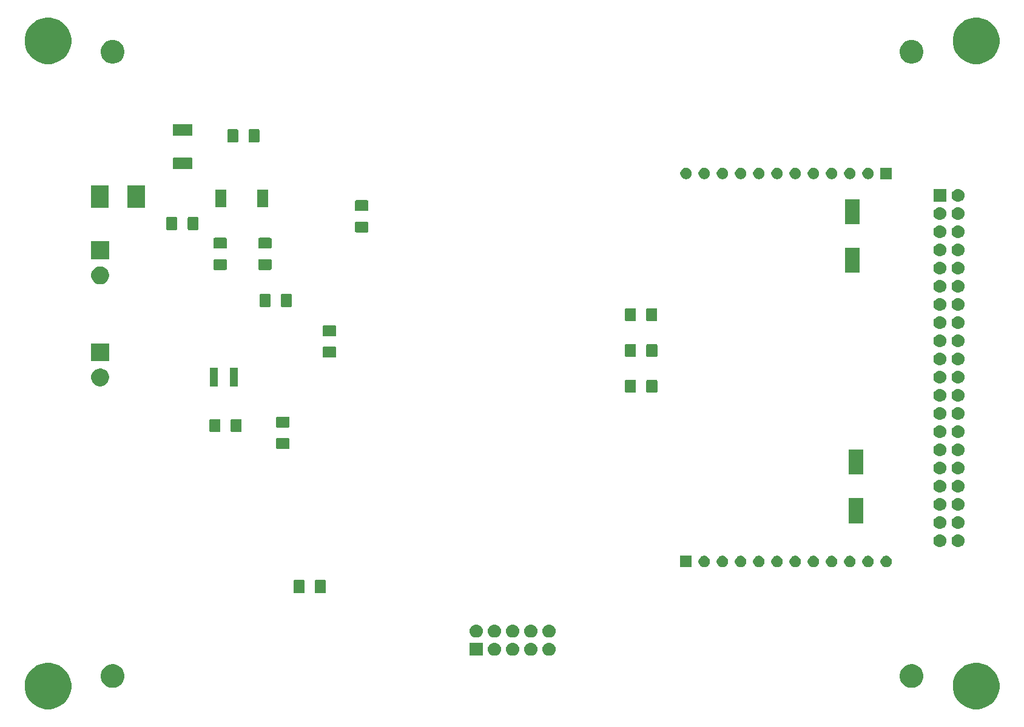
<source format=gbr>
G04 #@! TF.GenerationSoftware,KiCad,Pcbnew,(5.1.4)-1*
G04 #@! TF.CreationDate,2020-04-14T09:58:39-07:00*
G04 #@! TF.ProjectId,power,706f7765-722e-46b6-9963-61645f706362,rev?*
G04 #@! TF.SameCoordinates,Original*
G04 #@! TF.FileFunction,Soldermask,Top*
G04 #@! TF.FilePolarity,Negative*
%FSLAX46Y46*%
G04 Gerber Fmt 4.6, Leading zero omitted, Abs format (unit mm)*
G04 Created by KiCad (PCBNEW (5.1.4)-1) date 2020-04-14 09:58:39*
%MOMM*%
%LPD*%
G04 APERTURE LIST*
%ADD10C,0.100000*%
G04 APERTURE END LIST*
D10*
G36*
X160654239Y-117461467D02*
G01*
X160968282Y-117523934D01*
X161559926Y-117769001D01*
X162092392Y-118124784D01*
X162545216Y-118577608D01*
X162900999Y-119110074D01*
X163146066Y-119701718D01*
X163152006Y-119731579D01*
X163211772Y-120032042D01*
X163271000Y-120329804D01*
X163271000Y-120970196D01*
X163146066Y-121598282D01*
X162900999Y-122189926D01*
X162545216Y-122722392D01*
X162092392Y-123175216D01*
X161559926Y-123530999D01*
X160968282Y-123776066D01*
X160654239Y-123838533D01*
X160340197Y-123901000D01*
X159699803Y-123901000D01*
X159385761Y-123838533D01*
X159071718Y-123776066D01*
X158480074Y-123530999D01*
X157947608Y-123175216D01*
X157494784Y-122722392D01*
X157139001Y-122189926D01*
X156893934Y-121598282D01*
X156769000Y-120970196D01*
X156769000Y-120329804D01*
X156828229Y-120032042D01*
X156887994Y-119731579D01*
X156893934Y-119701718D01*
X157139001Y-119110074D01*
X157494784Y-118577608D01*
X157947608Y-118124784D01*
X158480074Y-117769001D01*
X159071718Y-117523934D01*
X159385761Y-117461467D01*
X159699803Y-117399000D01*
X160340197Y-117399000D01*
X160654239Y-117461467D01*
X160654239Y-117461467D01*
G37*
G36*
X31114239Y-117461467D02*
G01*
X31428282Y-117523934D01*
X32019926Y-117769001D01*
X32552392Y-118124784D01*
X33005216Y-118577608D01*
X33360999Y-119110074D01*
X33606066Y-119701718D01*
X33612006Y-119731579D01*
X33671772Y-120032042D01*
X33731000Y-120329804D01*
X33731000Y-120970196D01*
X33606066Y-121598282D01*
X33360999Y-122189926D01*
X33005216Y-122722392D01*
X32552392Y-123175216D01*
X32019926Y-123530999D01*
X31428282Y-123776066D01*
X31114239Y-123838533D01*
X30800197Y-123901000D01*
X30159803Y-123901000D01*
X29845761Y-123838533D01*
X29531718Y-123776066D01*
X28940074Y-123530999D01*
X28407608Y-123175216D01*
X27954784Y-122722392D01*
X27599001Y-122189926D01*
X27353934Y-121598282D01*
X27229000Y-120970196D01*
X27229000Y-120329804D01*
X27288229Y-120032042D01*
X27347994Y-119731579D01*
X27353934Y-119701718D01*
X27599001Y-119110074D01*
X27954784Y-118577608D01*
X28407608Y-118124784D01*
X28940074Y-117769001D01*
X29531718Y-117523934D01*
X29845761Y-117461467D01*
X30159803Y-117399000D01*
X30800197Y-117399000D01*
X31114239Y-117461467D01*
X31114239Y-117461467D01*
G37*
G36*
X151375256Y-117641298D02*
G01*
X151481579Y-117662447D01*
X151782042Y-117786903D01*
X152052451Y-117967585D01*
X152282415Y-118197549D01*
X152463097Y-118467958D01*
X152587553Y-118768421D01*
X152651000Y-119087391D01*
X152651000Y-119412609D01*
X152587553Y-119731579D01*
X152463097Y-120032042D01*
X152282415Y-120302451D01*
X152052451Y-120532415D01*
X151782042Y-120713097D01*
X151481579Y-120837553D01*
X151375256Y-120858702D01*
X151162611Y-120901000D01*
X150837389Y-120901000D01*
X150624744Y-120858702D01*
X150518421Y-120837553D01*
X150217958Y-120713097D01*
X149947549Y-120532415D01*
X149717585Y-120302451D01*
X149536903Y-120032042D01*
X149412447Y-119731579D01*
X149349000Y-119412609D01*
X149349000Y-119087391D01*
X149412447Y-118768421D01*
X149536903Y-118467958D01*
X149717585Y-118197549D01*
X149947549Y-117967585D01*
X150217958Y-117786903D01*
X150518421Y-117662447D01*
X150624744Y-117641298D01*
X150837389Y-117599000D01*
X151162611Y-117599000D01*
X151375256Y-117641298D01*
X151375256Y-117641298D01*
G37*
G36*
X39875256Y-117641298D02*
G01*
X39981579Y-117662447D01*
X40282042Y-117786903D01*
X40552451Y-117967585D01*
X40782415Y-118197549D01*
X40963097Y-118467958D01*
X41087553Y-118768421D01*
X41151000Y-119087391D01*
X41151000Y-119412609D01*
X41087553Y-119731579D01*
X40963097Y-120032042D01*
X40782415Y-120302451D01*
X40552451Y-120532415D01*
X40282042Y-120713097D01*
X39981579Y-120837553D01*
X39875256Y-120858702D01*
X39662611Y-120901000D01*
X39337389Y-120901000D01*
X39124744Y-120858702D01*
X39018421Y-120837553D01*
X38717958Y-120713097D01*
X38447549Y-120532415D01*
X38217585Y-120302451D01*
X38036903Y-120032042D01*
X37912447Y-119731579D01*
X37849000Y-119412609D01*
X37849000Y-119087391D01*
X37912447Y-118768421D01*
X38036903Y-118467958D01*
X38217585Y-118197549D01*
X38447549Y-117967585D01*
X38717958Y-117786903D01*
X39018421Y-117662447D01*
X39124744Y-117641298D01*
X39337389Y-117599000D01*
X39662611Y-117599000D01*
X39875256Y-117641298D01*
X39875256Y-117641298D01*
G37*
G36*
X100589294Y-114598633D02*
G01*
X100761695Y-114650931D01*
X100920583Y-114735858D01*
X101059849Y-114850151D01*
X101174142Y-114989417D01*
X101259069Y-115148305D01*
X101311367Y-115320706D01*
X101329025Y-115500000D01*
X101311367Y-115679294D01*
X101259069Y-115851695D01*
X101174142Y-116010583D01*
X101059849Y-116149849D01*
X100920583Y-116264142D01*
X100761695Y-116349069D01*
X100589294Y-116401367D01*
X100454931Y-116414600D01*
X100365069Y-116414600D01*
X100230706Y-116401367D01*
X100058305Y-116349069D01*
X99899417Y-116264142D01*
X99760151Y-116149849D01*
X99645858Y-116010583D01*
X99560931Y-115851695D01*
X99508633Y-115679294D01*
X99490975Y-115500000D01*
X99508633Y-115320706D01*
X99560931Y-115148305D01*
X99645858Y-114989417D01*
X99760151Y-114850151D01*
X99899417Y-114735858D01*
X100058305Y-114650931D01*
X100230706Y-114598633D01*
X100365069Y-114585400D01*
X100454931Y-114585400D01*
X100589294Y-114598633D01*
X100589294Y-114598633D01*
G37*
G36*
X95509294Y-114598633D02*
G01*
X95681695Y-114650931D01*
X95840583Y-114735858D01*
X95979849Y-114850151D01*
X96094142Y-114989417D01*
X96179069Y-115148305D01*
X96231367Y-115320706D01*
X96249025Y-115500000D01*
X96231367Y-115679294D01*
X96179069Y-115851695D01*
X96094142Y-116010583D01*
X95979849Y-116149849D01*
X95840583Y-116264142D01*
X95681695Y-116349069D01*
X95509294Y-116401367D01*
X95374931Y-116414600D01*
X95285069Y-116414600D01*
X95150706Y-116401367D01*
X94978305Y-116349069D01*
X94819417Y-116264142D01*
X94680151Y-116149849D01*
X94565858Y-116010583D01*
X94480931Y-115851695D01*
X94428633Y-115679294D01*
X94410975Y-115500000D01*
X94428633Y-115320706D01*
X94480931Y-115148305D01*
X94565858Y-114989417D01*
X94680151Y-114850151D01*
X94819417Y-114735858D01*
X94978305Y-114650931D01*
X95150706Y-114598633D01*
X95285069Y-114585400D01*
X95374931Y-114585400D01*
X95509294Y-114598633D01*
X95509294Y-114598633D01*
G37*
G36*
X92969294Y-114598633D02*
G01*
X93141695Y-114650931D01*
X93300583Y-114735858D01*
X93439849Y-114850151D01*
X93554142Y-114989417D01*
X93639069Y-115148305D01*
X93691367Y-115320706D01*
X93709025Y-115500000D01*
X93691367Y-115679294D01*
X93639069Y-115851695D01*
X93554142Y-116010583D01*
X93439849Y-116149849D01*
X93300583Y-116264142D01*
X93141695Y-116349069D01*
X92969294Y-116401367D01*
X92834931Y-116414600D01*
X92745069Y-116414600D01*
X92610706Y-116401367D01*
X92438305Y-116349069D01*
X92279417Y-116264142D01*
X92140151Y-116149849D01*
X92025858Y-116010583D01*
X91940931Y-115851695D01*
X91888633Y-115679294D01*
X91870975Y-115500000D01*
X91888633Y-115320706D01*
X91940931Y-115148305D01*
X92025858Y-114989417D01*
X92140151Y-114850151D01*
X92279417Y-114735858D01*
X92438305Y-114650931D01*
X92610706Y-114598633D01*
X92745069Y-114585400D01*
X92834931Y-114585400D01*
X92969294Y-114598633D01*
X92969294Y-114598633D01*
G37*
G36*
X91164600Y-116414600D02*
G01*
X89335400Y-116414600D01*
X89335400Y-114585400D01*
X91164600Y-114585400D01*
X91164600Y-116414600D01*
X91164600Y-116414600D01*
G37*
G36*
X98049294Y-114598633D02*
G01*
X98221695Y-114650931D01*
X98380583Y-114735858D01*
X98519849Y-114850151D01*
X98634142Y-114989417D01*
X98719069Y-115148305D01*
X98771367Y-115320706D01*
X98789025Y-115500000D01*
X98771367Y-115679294D01*
X98719069Y-115851695D01*
X98634142Y-116010583D01*
X98519849Y-116149849D01*
X98380583Y-116264142D01*
X98221695Y-116349069D01*
X98049294Y-116401367D01*
X97914931Y-116414600D01*
X97825069Y-116414600D01*
X97690706Y-116401367D01*
X97518305Y-116349069D01*
X97359417Y-116264142D01*
X97220151Y-116149849D01*
X97105858Y-116010583D01*
X97020931Y-115851695D01*
X96968633Y-115679294D01*
X96950975Y-115500000D01*
X96968633Y-115320706D01*
X97020931Y-115148305D01*
X97105858Y-114989417D01*
X97220151Y-114850151D01*
X97359417Y-114735858D01*
X97518305Y-114650931D01*
X97690706Y-114598633D01*
X97825069Y-114585400D01*
X97914931Y-114585400D01*
X98049294Y-114598633D01*
X98049294Y-114598633D01*
G37*
G36*
X90429294Y-112058633D02*
G01*
X90601695Y-112110931D01*
X90760583Y-112195858D01*
X90899849Y-112310151D01*
X91014142Y-112449417D01*
X91099069Y-112608305D01*
X91151367Y-112780706D01*
X91169025Y-112960000D01*
X91151367Y-113139294D01*
X91099069Y-113311695D01*
X91014142Y-113470583D01*
X90899849Y-113609849D01*
X90760583Y-113724142D01*
X90601695Y-113809069D01*
X90429294Y-113861367D01*
X90294931Y-113874600D01*
X90205069Y-113874600D01*
X90070706Y-113861367D01*
X89898305Y-113809069D01*
X89739417Y-113724142D01*
X89600151Y-113609849D01*
X89485858Y-113470583D01*
X89400931Y-113311695D01*
X89348633Y-113139294D01*
X89330975Y-112960000D01*
X89348633Y-112780706D01*
X89400931Y-112608305D01*
X89485858Y-112449417D01*
X89600151Y-112310151D01*
X89739417Y-112195858D01*
X89898305Y-112110931D01*
X90070706Y-112058633D01*
X90205069Y-112045400D01*
X90294931Y-112045400D01*
X90429294Y-112058633D01*
X90429294Y-112058633D01*
G37*
G36*
X92969294Y-112058633D02*
G01*
X93141695Y-112110931D01*
X93300583Y-112195858D01*
X93439849Y-112310151D01*
X93554142Y-112449417D01*
X93639069Y-112608305D01*
X93691367Y-112780706D01*
X93709025Y-112960000D01*
X93691367Y-113139294D01*
X93639069Y-113311695D01*
X93554142Y-113470583D01*
X93439849Y-113609849D01*
X93300583Y-113724142D01*
X93141695Y-113809069D01*
X92969294Y-113861367D01*
X92834931Y-113874600D01*
X92745069Y-113874600D01*
X92610706Y-113861367D01*
X92438305Y-113809069D01*
X92279417Y-113724142D01*
X92140151Y-113609849D01*
X92025858Y-113470583D01*
X91940931Y-113311695D01*
X91888633Y-113139294D01*
X91870975Y-112960000D01*
X91888633Y-112780706D01*
X91940931Y-112608305D01*
X92025858Y-112449417D01*
X92140151Y-112310151D01*
X92279417Y-112195858D01*
X92438305Y-112110931D01*
X92610706Y-112058633D01*
X92745069Y-112045400D01*
X92834931Y-112045400D01*
X92969294Y-112058633D01*
X92969294Y-112058633D01*
G37*
G36*
X95509294Y-112058633D02*
G01*
X95681695Y-112110931D01*
X95840583Y-112195858D01*
X95979849Y-112310151D01*
X96094142Y-112449417D01*
X96179069Y-112608305D01*
X96231367Y-112780706D01*
X96249025Y-112960000D01*
X96231367Y-113139294D01*
X96179069Y-113311695D01*
X96094142Y-113470583D01*
X95979849Y-113609849D01*
X95840583Y-113724142D01*
X95681695Y-113809069D01*
X95509294Y-113861367D01*
X95374931Y-113874600D01*
X95285069Y-113874600D01*
X95150706Y-113861367D01*
X94978305Y-113809069D01*
X94819417Y-113724142D01*
X94680151Y-113609849D01*
X94565858Y-113470583D01*
X94480931Y-113311695D01*
X94428633Y-113139294D01*
X94410975Y-112960000D01*
X94428633Y-112780706D01*
X94480931Y-112608305D01*
X94565858Y-112449417D01*
X94680151Y-112310151D01*
X94819417Y-112195858D01*
X94978305Y-112110931D01*
X95150706Y-112058633D01*
X95285069Y-112045400D01*
X95374931Y-112045400D01*
X95509294Y-112058633D01*
X95509294Y-112058633D01*
G37*
G36*
X98049294Y-112058633D02*
G01*
X98221695Y-112110931D01*
X98380583Y-112195858D01*
X98519849Y-112310151D01*
X98634142Y-112449417D01*
X98719069Y-112608305D01*
X98771367Y-112780706D01*
X98789025Y-112960000D01*
X98771367Y-113139294D01*
X98719069Y-113311695D01*
X98634142Y-113470583D01*
X98519849Y-113609849D01*
X98380583Y-113724142D01*
X98221695Y-113809069D01*
X98049294Y-113861367D01*
X97914931Y-113874600D01*
X97825069Y-113874600D01*
X97690706Y-113861367D01*
X97518305Y-113809069D01*
X97359417Y-113724142D01*
X97220151Y-113609849D01*
X97105858Y-113470583D01*
X97020931Y-113311695D01*
X96968633Y-113139294D01*
X96950975Y-112960000D01*
X96968633Y-112780706D01*
X97020931Y-112608305D01*
X97105858Y-112449417D01*
X97220151Y-112310151D01*
X97359417Y-112195858D01*
X97518305Y-112110931D01*
X97690706Y-112058633D01*
X97825069Y-112045400D01*
X97914931Y-112045400D01*
X98049294Y-112058633D01*
X98049294Y-112058633D01*
G37*
G36*
X100589294Y-112058633D02*
G01*
X100761695Y-112110931D01*
X100920583Y-112195858D01*
X101059849Y-112310151D01*
X101174142Y-112449417D01*
X101259069Y-112608305D01*
X101311367Y-112780706D01*
X101329025Y-112960000D01*
X101311367Y-113139294D01*
X101259069Y-113311695D01*
X101174142Y-113470583D01*
X101059849Y-113609849D01*
X100920583Y-113724142D01*
X100761695Y-113809069D01*
X100589294Y-113861367D01*
X100454931Y-113874600D01*
X100365069Y-113874600D01*
X100230706Y-113861367D01*
X100058305Y-113809069D01*
X99899417Y-113724142D01*
X99760151Y-113609849D01*
X99645858Y-113470583D01*
X99560931Y-113311695D01*
X99508633Y-113139294D01*
X99490975Y-112960000D01*
X99508633Y-112780706D01*
X99560931Y-112608305D01*
X99645858Y-112449417D01*
X99760151Y-112310151D01*
X99899417Y-112195858D01*
X100058305Y-112110931D01*
X100230706Y-112058633D01*
X100365069Y-112045400D01*
X100454931Y-112045400D01*
X100589294Y-112058633D01*
X100589294Y-112058633D01*
G37*
G36*
X66125562Y-105828181D02*
G01*
X66160481Y-105838774D01*
X66192663Y-105855976D01*
X66220873Y-105879127D01*
X66244024Y-105907337D01*
X66261226Y-105939519D01*
X66271819Y-105974438D01*
X66276000Y-106016895D01*
X66276000Y-107483105D01*
X66271819Y-107525562D01*
X66261226Y-107560481D01*
X66244024Y-107592663D01*
X66220873Y-107620873D01*
X66192663Y-107644024D01*
X66160481Y-107661226D01*
X66125562Y-107671819D01*
X66083105Y-107676000D01*
X64941895Y-107676000D01*
X64899438Y-107671819D01*
X64864519Y-107661226D01*
X64832337Y-107644024D01*
X64804127Y-107620873D01*
X64780976Y-107592663D01*
X64763774Y-107560481D01*
X64753181Y-107525562D01*
X64749000Y-107483105D01*
X64749000Y-106016895D01*
X64753181Y-105974438D01*
X64763774Y-105939519D01*
X64780976Y-105907337D01*
X64804127Y-105879127D01*
X64832337Y-105855976D01*
X64864519Y-105838774D01*
X64899438Y-105828181D01*
X64941895Y-105824000D01*
X66083105Y-105824000D01*
X66125562Y-105828181D01*
X66125562Y-105828181D01*
G37*
G36*
X69100562Y-105828181D02*
G01*
X69135481Y-105838774D01*
X69167663Y-105855976D01*
X69195873Y-105879127D01*
X69219024Y-105907337D01*
X69236226Y-105939519D01*
X69246819Y-105974438D01*
X69251000Y-106016895D01*
X69251000Y-107483105D01*
X69246819Y-107525562D01*
X69236226Y-107560481D01*
X69219024Y-107592663D01*
X69195873Y-107620873D01*
X69167663Y-107644024D01*
X69135481Y-107661226D01*
X69100562Y-107671819D01*
X69058105Y-107676000D01*
X67916895Y-107676000D01*
X67874438Y-107671819D01*
X67839519Y-107661226D01*
X67807337Y-107644024D01*
X67779127Y-107620873D01*
X67755976Y-107592663D01*
X67738774Y-107560481D01*
X67728181Y-107525562D01*
X67724000Y-107483105D01*
X67724000Y-106016895D01*
X67728181Y-105974438D01*
X67738774Y-105939519D01*
X67755976Y-105907337D01*
X67779127Y-105879127D01*
X67807337Y-105855976D01*
X67839519Y-105838774D01*
X67874438Y-105828181D01*
X67916895Y-105824000D01*
X69058105Y-105824000D01*
X69100562Y-105828181D01*
X69100562Y-105828181D01*
G37*
G36*
X122304810Y-102475935D02*
G01*
X122451309Y-102536617D01*
X122451310Y-102536618D01*
X122583158Y-102624716D01*
X122695284Y-102736842D01*
X122695285Y-102736844D01*
X122783383Y-102868691D01*
X122844065Y-103015190D01*
X122875000Y-103170713D01*
X122875000Y-103329287D01*
X122844065Y-103484810D01*
X122783383Y-103631309D01*
X122783382Y-103631310D01*
X122695284Y-103763158D01*
X122583158Y-103875284D01*
X122516785Y-103919633D01*
X122451309Y-103963383D01*
X122304810Y-104024065D01*
X122149287Y-104055000D01*
X121990713Y-104055000D01*
X121835190Y-104024065D01*
X121688691Y-103963383D01*
X121623215Y-103919633D01*
X121556842Y-103875284D01*
X121444716Y-103763158D01*
X121356618Y-103631310D01*
X121356617Y-103631309D01*
X121295935Y-103484810D01*
X121265000Y-103329287D01*
X121265000Y-103170713D01*
X121295935Y-103015190D01*
X121356617Y-102868691D01*
X121444715Y-102736844D01*
X121444716Y-102736842D01*
X121556842Y-102624716D01*
X121688690Y-102536618D01*
X121688691Y-102536617D01*
X121835190Y-102475935D01*
X121990713Y-102445000D01*
X122149287Y-102445000D01*
X122304810Y-102475935D01*
X122304810Y-102475935D01*
G37*
G36*
X142624810Y-102475935D02*
G01*
X142771309Y-102536617D01*
X142771310Y-102536618D01*
X142903158Y-102624716D01*
X143015284Y-102736842D01*
X143015285Y-102736844D01*
X143103383Y-102868691D01*
X143164065Y-103015190D01*
X143195000Y-103170713D01*
X143195000Y-103329287D01*
X143164065Y-103484810D01*
X143103383Y-103631309D01*
X143103382Y-103631310D01*
X143015284Y-103763158D01*
X142903158Y-103875284D01*
X142836785Y-103919633D01*
X142771309Y-103963383D01*
X142624810Y-104024065D01*
X142469287Y-104055000D01*
X142310713Y-104055000D01*
X142155190Y-104024065D01*
X142008691Y-103963383D01*
X141943215Y-103919633D01*
X141876842Y-103875284D01*
X141764716Y-103763158D01*
X141676618Y-103631310D01*
X141676617Y-103631309D01*
X141615935Y-103484810D01*
X141585000Y-103329287D01*
X141585000Y-103170713D01*
X141615935Y-103015190D01*
X141676617Y-102868691D01*
X141764715Y-102736844D01*
X141764716Y-102736842D01*
X141876842Y-102624716D01*
X142008690Y-102536618D01*
X142008691Y-102536617D01*
X142155190Y-102475935D01*
X142310713Y-102445000D01*
X142469287Y-102445000D01*
X142624810Y-102475935D01*
X142624810Y-102475935D01*
G37*
G36*
X145164810Y-102475935D02*
G01*
X145311309Y-102536617D01*
X145311310Y-102536618D01*
X145443158Y-102624716D01*
X145555284Y-102736842D01*
X145555285Y-102736844D01*
X145643383Y-102868691D01*
X145704065Y-103015190D01*
X145735000Y-103170713D01*
X145735000Y-103329287D01*
X145704065Y-103484810D01*
X145643383Y-103631309D01*
X145643382Y-103631310D01*
X145555284Y-103763158D01*
X145443158Y-103875284D01*
X145376785Y-103919633D01*
X145311309Y-103963383D01*
X145164810Y-104024065D01*
X145009287Y-104055000D01*
X144850713Y-104055000D01*
X144695190Y-104024065D01*
X144548691Y-103963383D01*
X144483215Y-103919633D01*
X144416842Y-103875284D01*
X144304716Y-103763158D01*
X144216618Y-103631310D01*
X144216617Y-103631309D01*
X144155935Y-103484810D01*
X144125000Y-103329287D01*
X144125000Y-103170713D01*
X144155935Y-103015190D01*
X144216617Y-102868691D01*
X144304715Y-102736844D01*
X144304716Y-102736842D01*
X144416842Y-102624716D01*
X144548690Y-102536618D01*
X144548691Y-102536617D01*
X144695190Y-102475935D01*
X144850713Y-102445000D01*
X145009287Y-102445000D01*
X145164810Y-102475935D01*
X145164810Y-102475935D01*
G37*
G36*
X147704810Y-102475935D02*
G01*
X147851309Y-102536617D01*
X147851310Y-102536618D01*
X147983158Y-102624716D01*
X148095284Y-102736842D01*
X148095285Y-102736844D01*
X148183383Y-102868691D01*
X148244065Y-103015190D01*
X148275000Y-103170713D01*
X148275000Y-103329287D01*
X148244065Y-103484810D01*
X148183383Y-103631309D01*
X148183382Y-103631310D01*
X148095284Y-103763158D01*
X147983158Y-103875284D01*
X147916785Y-103919633D01*
X147851309Y-103963383D01*
X147704810Y-104024065D01*
X147549287Y-104055000D01*
X147390713Y-104055000D01*
X147235190Y-104024065D01*
X147088691Y-103963383D01*
X147023215Y-103919633D01*
X146956842Y-103875284D01*
X146844716Y-103763158D01*
X146756618Y-103631310D01*
X146756617Y-103631309D01*
X146695935Y-103484810D01*
X146665000Y-103329287D01*
X146665000Y-103170713D01*
X146695935Y-103015190D01*
X146756617Y-102868691D01*
X146844715Y-102736844D01*
X146844716Y-102736842D01*
X146956842Y-102624716D01*
X147088690Y-102536618D01*
X147088691Y-102536617D01*
X147235190Y-102475935D01*
X147390713Y-102445000D01*
X147549287Y-102445000D01*
X147704810Y-102475935D01*
X147704810Y-102475935D01*
G37*
G36*
X137544810Y-102475935D02*
G01*
X137691309Y-102536617D01*
X137691310Y-102536618D01*
X137823158Y-102624716D01*
X137935284Y-102736842D01*
X137935285Y-102736844D01*
X138023383Y-102868691D01*
X138084065Y-103015190D01*
X138115000Y-103170713D01*
X138115000Y-103329287D01*
X138084065Y-103484810D01*
X138023383Y-103631309D01*
X138023382Y-103631310D01*
X137935284Y-103763158D01*
X137823158Y-103875284D01*
X137756785Y-103919633D01*
X137691309Y-103963383D01*
X137544810Y-104024065D01*
X137389287Y-104055000D01*
X137230713Y-104055000D01*
X137075190Y-104024065D01*
X136928691Y-103963383D01*
X136863215Y-103919633D01*
X136796842Y-103875284D01*
X136684716Y-103763158D01*
X136596618Y-103631310D01*
X136596617Y-103631309D01*
X136535935Y-103484810D01*
X136505000Y-103329287D01*
X136505000Y-103170713D01*
X136535935Y-103015190D01*
X136596617Y-102868691D01*
X136684715Y-102736844D01*
X136684716Y-102736842D01*
X136796842Y-102624716D01*
X136928690Y-102536618D01*
X136928691Y-102536617D01*
X137075190Y-102475935D01*
X137230713Y-102445000D01*
X137389287Y-102445000D01*
X137544810Y-102475935D01*
X137544810Y-102475935D01*
G37*
G36*
X135004810Y-102475935D02*
G01*
X135151309Y-102536617D01*
X135151310Y-102536618D01*
X135283158Y-102624716D01*
X135395284Y-102736842D01*
X135395285Y-102736844D01*
X135483383Y-102868691D01*
X135544065Y-103015190D01*
X135575000Y-103170713D01*
X135575000Y-103329287D01*
X135544065Y-103484810D01*
X135483383Y-103631309D01*
X135483382Y-103631310D01*
X135395284Y-103763158D01*
X135283158Y-103875284D01*
X135216785Y-103919633D01*
X135151309Y-103963383D01*
X135004810Y-104024065D01*
X134849287Y-104055000D01*
X134690713Y-104055000D01*
X134535190Y-104024065D01*
X134388691Y-103963383D01*
X134323215Y-103919633D01*
X134256842Y-103875284D01*
X134144716Y-103763158D01*
X134056618Y-103631310D01*
X134056617Y-103631309D01*
X133995935Y-103484810D01*
X133965000Y-103329287D01*
X133965000Y-103170713D01*
X133995935Y-103015190D01*
X134056617Y-102868691D01*
X134144715Y-102736844D01*
X134144716Y-102736842D01*
X134256842Y-102624716D01*
X134388690Y-102536618D01*
X134388691Y-102536617D01*
X134535190Y-102475935D01*
X134690713Y-102445000D01*
X134849287Y-102445000D01*
X135004810Y-102475935D01*
X135004810Y-102475935D01*
G37*
G36*
X132464810Y-102475935D02*
G01*
X132611309Y-102536617D01*
X132611310Y-102536618D01*
X132743158Y-102624716D01*
X132855284Y-102736842D01*
X132855285Y-102736844D01*
X132943383Y-102868691D01*
X133004065Y-103015190D01*
X133035000Y-103170713D01*
X133035000Y-103329287D01*
X133004065Y-103484810D01*
X132943383Y-103631309D01*
X132943382Y-103631310D01*
X132855284Y-103763158D01*
X132743158Y-103875284D01*
X132676785Y-103919633D01*
X132611309Y-103963383D01*
X132464810Y-104024065D01*
X132309287Y-104055000D01*
X132150713Y-104055000D01*
X131995190Y-104024065D01*
X131848691Y-103963383D01*
X131783215Y-103919633D01*
X131716842Y-103875284D01*
X131604716Y-103763158D01*
X131516618Y-103631310D01*
X131516617Y-103631309D01*
X131455935Y-103484810D01*
X131425000Y-103329287D01*
X131425000Y-103170713D01*
X131455935Y-103015190D01*
X131516617Y-102868691D01*
X131604715Y-102736844D01*
X131604716Y-102736842D01*
X131716842Y-102624716D01*
X131848690Y-102536618D01*
X131848691Y-102536617D01*
X131995190Y-102475935D01*
X132150713Y-102445000D01*
X132309287Y-102445000D01*
X132464810Y-102475935D01*
X132464810Y-102475935D01*
G37*
G36*
X129924810Y-102475935D02*
G01*
X130071309Y-102536617D01*
X130071310Y-102536618D01*
X130203158Y-102624716D01*
X130315284Y-102736842D01*
X130315285Y-102736844D01*
X130403383Y-102868691D01*
X130464065Y-103015190D01*
X130495000Y-103170713D01*
X130495000Y-103329287D01*
X130464065Y-103484810D01*
X130403383Y-103631309D01*
X130403382Y-103631310D01*
X130315284Y-103763158D01*
X130203158Y-103875284D01*
X130136785Y-103919633D01*
X130071309Y-103963383D01*
X129924810Y-104024065D01*
X129769287Y-104055000D01*
X129610713Y-104055000D01*
X129455190Y-104024065D01*
X129308691Y-103963383D01*
X129243215Y-103919633D01*
X129176842Y-103875284D01*
X129064716Y-103763158D01*
X128976618Y-103631310D01*
X128976617Y-103631309D01*
X128915935Y-103484810D01*
X128885000Y-103329287D01*
X128885000Y-103170713D01*
X128915935Y-103015190D01*
X128976617Y-102868691D01*
X129064715Y-102736844D01*
X129064716Y-102736842D01*
X129176842Y-102624716D01*
X129308690Y-102536618D01*
X129308691Y-102536617D01*
X129455190Y-102475935D01*
X129610713Y-102445000D01*
X129769287Y-102445000D01*
X129924810Y-102475935D01*
X129924810Y-102475935D01*
G37*
G36*
X127384810Y-102475935D02*
G01*
X127531309Y-102536617D01*
X127531310Y-102536618D01*
X127663158Y-102624716D01*
X127775284Y-102736842D01*
X127775285Y-102736844D01*
X127863383Y-102868691D01*
X127924065Y-103015190D01*
X127955000Y-103170713D01*
X127955000Y-103329287D01*
X127924065Y-103484810D01*
X127863383Y-103631309D01*
X127863382Y-103631310D01*
X127775284Y-103763158D01*
X127663158Y-103875284D01*
X127596785Y-103919633D01*
X127531309Y-103963383D01*
X127384810Y-104024065D01*
X127229287Y-104055000D01*
X127070713Y-104055000D01*
X126915190Y-104024065D01*
X126768691Y-103963383D01*
X126703215Y-103919633D01*
X126636842Y-103875284D01*
X126524716Y-103763158D01*
X126436618Y-103631310D01*
X126436617Y-103631309D01*
X126375935Y-103484810D01*
X126345000Y-103329287D01*
X126345000Y-103170713D01*
X126375935Y-103015190D01*
X126436617Y-102868691D01*
X126524715Y-102736844D01*
X126524716Y-102736842D01*
X126636842Y-102624716D01*
X126768690Y-102536618D01*
X126768691Y-102536617D01*
X126915190Y-102475935D01*
X127070713Y-102445000D01*
X127229287Y-102445000D01*
X127384810Y-102475935D01*
X127384810Y-102475935D01*
G37*
G36*
X124844810Y-102475935D02*
G01*
X124991309Y-102536617D01*
X124991310Y-102536618D01*
X125123158Y-102624716D01*
X125235284Y-102736842D01*
X125235285Y-102736844D01*
X125323383Y-102868691D01*
X125384065Y-103015190D01*
X125415000Y-103170713D01*
X125415000Y-103329287D01*
X125384065Y-103484810D01*
X125323383Y-103631309D01*
X125323382Y-103631310D01*
X125235284Y-103763158D01*
X125123158Y-103875284D01*
X125056785Y-103919633D01*
X124991309Y-103963383D01*
X124844810Y-104024065D01*
X124689287Y-104055000D01*
X124530713Y-104055000D01*
X124375190Y-104024065D01*
X124228691Y-103963383D01*
X124163215Y-103919633D01*
X124096842Y-103875284D01*
X123984716Y-103763158D01*
X123896618Y-103631310D01*
X123896617Y-103631309D01*
X123835935Y-103484810D01*
X123805000Y-103329287D01*
X123805000Y-103170713D01*
X123835935Y-103015190D01*
X123896617Y-102868691D01*
X123984715Y-102736844D01*
X123984716Y-102736842D01*
X124096842Y-102624716D01*
X124228690Y-102536618D01*
X124228691Y-102536617D01*
X124375190Y-102475935D01*
X124530713Y-102445000D01*
X124689287Y-102445000D01*
X124844810Y-102475935D01*
X124844810Y-102475935D01*
G37*
G36*
X120335000Y-104055000D02*
G01*
X118725000Y-104055000D01*
X118725000Y-102445000D01*
X120335000Y-102445000D01*
X120335000Y-104055000D01*
X120335000Y-104055000D01*
G37*
G36*
X140084810Y-102475935D02*
G01*
X140231309Y-102536617D01*
X140231310Y-102536618D01*
X140363158Y-102624716D01*
X140475284Y-102736842D01*
X140475285Y-102736844D01*
X140563383Y-102868691D01*
X140624065Y-103015190D01*
X140655000Y-103170713D01*
X140655000Y-103329287D01*
X140624065Y-103484810D01*
X140563383Y-103631309D01*
X140563382Y-103631310D01*
X140475284Y-103763158D01*
X140363158Y-103875284D01*
X140296785Y-103919633D01*
X140231309Y-103963383D01*
X140084810Y-104024065D01*
X139929287Y-104055000D01*
X139770713Y-104055000D01*
X139615190Y-104024065D01*
X139468691Y-103963383D01*
X139403215Y-103919633D01*
X139336842Y-103875284D01*
X139224716Y-103763158D01*
X139136618Y-103631310D01*
X139136617Y-103631309D01*
X139075935Y-103484810D01*
X139045000Y-103329287D01*
X139045000Y-103170713D01*
X139075935Y-103015190D01*
X139136617Y-102868691D01*
X139224715Y-102736844D01*
X139224716Y-102736842D01*
X139336842Y-102624716D01*
X139468690Y-102536618D01*
X139468691Y-102536617D01*
X139615190Y-102475935D01*
X139770713Y-102445000D01*
X139929287Y-102445000D01*
X140084810Y-102475935D01*
X140084810Y-102475935D01*
G37*
G36*
X157590443Y-99435519D02*
G01*
X157656627Y-99442037D01*
X157826466Y-99493557D01*
X157982991Y-99577222D01*
X158018729Y-99606552D01*
X158120186Y-99689814D01*
X158203448Y-99791271D01*
X158232778Y-99827009D01*
X158316443Y-99983534D01*
X158367963Y-100153373D01*
X158385359Y-100330000D01*
X158367963Y-100506627D01*
X158316443Y-100676466D01*
X158232778Y-100832991D01*
X158203448Y-100868729D01*
X158120186Y-100970186D01*
X158018729Y-101053448D01*
X157982991Y-101082778D01*
X157826466Y-101166443D01*
X157656627Y-101217963D01*
X157590443Y-101224481D01*
X157524260Y-101231000D01*
X157435740Y-101231000D01*
X157369558Y-101224482D01*
X157303373Y-101217963D01*
X157133534Y-101166443D01*
X156977009Y-101082778D01*
X156941271Y-101053448D01*
X156839814Y-100970186D01*
X156756552Y-100868729D01*
X156727222Y-100832991D01*
X156643557Y-100676466D01*
X156592037Y-100506627D01*
X156574641Y-100330000D01*
X156592037Y-100153373D01*
X156643557Y-99983534D01*
X156727222Y-99827009D01*
X156756552Y-99791271D01*
X156839814Y-99689814D01*
X156941271Y-99606552D01*
X156977009Y-99577222D01*
X157133534Y-99493557D01*
X157303373Y-99442037D01*
X157369558Y-99435518D01*
X157435740Y-99429000D01*
X157524260Y-99429000D01*
X157590443Y-99435519D01*
X157590443Y-99435519D01*
G37*
G36*
X155050443Y-99435519D02*
G01*
X155116627Y-99442037D01*
X155286466Y-99493557D01*
X155442991Y-99577222D01*
X155478729Y-99606552D01*
X155580186Y-99689814D01*
X155663448Y-99791271D01*
X155692778Y-99827009D01*
X155776443Y-99983534D01*
X155827963Y-100153373D01*
X155845359Y-100330000D01*
X155827963Y-100506627D01*
X155776443Y-100676466D01*
X155692778Y-100832991D01*
X155663448Y-100868729D01*
X155580186Y-100970186D01*
X155478729Y-101053448D01*
X155442991Y-101082778D01*
X155286466Y-101166443D01*
X155116627Y-101217963D01*
X155050443Y-101224481D01*
X154984260Y-101231000D01*
X154895740Y-101231000D01*
X154829558Y-101224482D01*
X154763373Y-101217963D01*
X154593534Y-101166443D01*
X154437009Y-101082778D01*
X154401271Y-101053448D01*
X154299814Y-100970186D01*
X154216552Y-100868729D01*
X154187222Y-100832991D01*
X154103557Y-100676466D01*
X154052037Y-100506627D01*
X154034641Y-100330000D01*
X154052037Y-100153373D01*
X154103557Y-99983534D01*
X154187222Y-99827009D01*
X154216552Y-99791271D01*
X154299814Y-99689814D01*
X154401271Y-99606552D01*
X154437009Y-99577222D01*
X154593534Y-99493557D01*
X154763373Y-99442037D01*
X154829558Y-99435518D01*
X154895740Y-99429000D01*
X154984260Y-99429000D01*
X155050443Y-99435519D01*
X155050443Y-99435519D01*
G37*
G36*
X155050442Y-96895518D02*
G01*
X155116627Y-96902037D01*
X155286466Y-96953557D01*
X155442991Y-97037222D01*
X155478729Y-97066552D01*
X155580186Y-97149814D01*
X155663448Y-97251271D01*
X155692778Y-97287009D01*
X155776443Y-97443534D01*
X155827963Y-97613373D01*
X155845359Y-97790000D01*
X155827963Y-97966627D01*
X155776443Y-98136466D01*
X155692778Y-98292991D01*
X155663448Y-98328729D01*
X155580186Y-98430186D01*
X155478729Y-98513448D01*
X155442991Y-98542778D01*
X155286466Y-98626443D01*
X155116627Y-98677963D01*
X155050442Y-98684482D01*
X154984260Y-98691000D01*
X154895740Y-98691000D01*
X154829558Y-98684482D01*
X154763373Y-98677963D01*
X154593534Y-98626443D01*
X154437009Y-98542778D01*
X154401271Y-98513448D01*
X154299814Y-98430186D01*
X154216552Y-98328729D01*
X154187222Y-98292991D01*
X154103557Y-98136466D01*
X154052037Y-97966627D01*
X154034641Y-97790000D01*
X154052037Y-97613373D01*
X154103557Y-97443534D01*
X154187222Y-97287009D01*
X154216552Y-97251271D01*
X154299814Y-97149814D01*
X154401271Y-97066552D01*
X154437009Y-97037222D01*
X154593534Y-96953557D01*
X154763373Y-96902037D01*
X154829558Y-96895518D01*
X154895740Y-96889000D01*
X154984260Y-96889000D01*
X155050442Y-96895518D01*
X155050442Y-96895518D01*
G37*
G36*
X157590442Y-96895518D02*
G01*
X157656627Y-96902037D01*
X157826466Y-96953557D01*
X157982991Y-97037222D01*
X158018729Y-97066552D01*
X158120186Y-97149814D01*
X158203448Y-97251271D01*
X158232778Y-97287009D01*
X158316443Y-97443534D01*
X158367963Y-97613373D01*
X158385359Y-97790000D01*
X158367963Y-97966627D01*
X158316443Y-98136466D01*
X158232778Y-98292991D01*
X158203448Y-98328729D01*
X158120186Y-98430186D01*
X158018729Y-98513448D01*
X157982991Y-98542778D01*
X157826466Y-98626443D01*
X157656627Y-98677963D01*
X157590442Y-98684482D01*
X157524260Y-98691000D01*
X157435740Y-98691000D01*
X157369558Y-98684482D01*
X157303373Y-98677963D01*
X157133534Y-98626443D01*
X156977009Y-98542778D01*
X156941271Y-98513448D01*
X156839814Y-98430186D01*
X156756552Y-98328729D01*
X156727222Y-98292991D01*
X156643557Y-98136466D01*
X156592037Y-97966627D01*
X156574641Y-97790000D01*
X156592037Y-97613373D01*
X156643557Y-97443534D01*
X156727222Y-97287009D01*
X156756552Y-97251271D01*
X156839814Y-97149814D01*
X156941271Y-97066552D01*
X156977009Y-97037222D01*
X157133534Y-96953557D01*
X157303373Y-96902037D01*
X157369558Y-96895518D01*
X157435740Y-96889000D01*
X157524260Y-96889000D01*
X157590442Y-96895518D01*
X157590442Y-96895518D01*
G37*
G36*
X144253500Y-97906400D02*
G01*
X142246500Y-97906400D01*
X142246500Y-94400800D01*
X144253500Y-94400800D01*
X144253500Y-97906400D01*
X144253500Y-97906400D01*
G37*
G36*
X157590442Y-94355518D02*
G01*
X157656627Y-94362037D01*
X157826466Y-94413557D01*
X157982991Y-94497222D01*
X158018729Y-94526552D01*
X158120186Y-94609814D01*
X158203448Y-94711271D01*
X158232778Y-94747009D01*
X158316443Y-94903534D01*
X158367963Y-95073373D01*
X158385359Y-95250000D01*
X158367963Y-95426627D01*
X158316443Y-95596466D01*
X158232778Y-95752991D01*
X158203448Y-95788729D01*
X158120186Y-95890186D01*
X158018729Y-95973448D01*
X157982991Y-96002778D01*
X157826466Y-96086443D01*
X157656627Y-96137963D01*
X157590443Y-96144481D01*
X157524260Y-96151000D01*
X157435740Y-96151000D01*
X157369558Y-96144482D01*
X157303373Y-96137963D01*
X157133534Y-96086443D01*
X156977009Y-96002778D01*
X156941271Y-95973448D01*
X156839814Y-95890186D01*
X156756552Y-95788729D01*
X156727222Y-95752991D01*
X156643557Y-95596466D01*
X156592037Y-95426627D01*
X156574641Y-95250000D01*
X156592037Y-95073373D01*
X156643557Y-94903534D01*
X156727222Y-94747009D01*
X156756552Y-94711271D01*
X156839814Y-94609814D01*
X156941271Y-94526552D01*
X156977009Y-94497222D01*
X157133534Y-94413557D01*
X157303373Y-94362037D01*
X157369557Y-94355519D01*
X157435740Y-94349000D01*
X157524260Y-94349000D01*
X157590442Y-94355518D01*
X157590442Y-94355518D01*
G37*
G36*
X155050442Y-94355518D02*
G01*
X155116627Y-94362037D01*
X155286466Y-94413557D01*
X155442991Y-94497222D01*
X155478729Y-94526552D01*
X155580186Y-94609814D01*
X155663448Y-94711271D01*
X155692778Y-94747009D01*
X155776443Y-94903534D01*
X155827963Y-95073373D01*
X155845359Y-95250000D01*
X155827963Y-95426627D01*
X155776443Y-95596466D01*
X155692778Y-95752991D01*
X155663448Y-95788729D01*
X155580186Y-95890186D01*
X155478729Y-95973448D01*
X155442991Y-96002778D01*
X155286466Y-96086443D01*
X155116627Y-96137963D01*
X155050443Y-96144481D01*
X154984260Y-96151000D01*
X154895740Y-96151000D01*
X154829558Y-96144482D01*
X154763373Y-96137963D01*
X154593534Y-96086443D01*
X154437009Y-96002778D01*
X154401271Y-95973448D01*
X154299814Y-95890186D01*
X154216552Y-95788729D01*
X154187222Y-95752991D01*
X154103557Y-95596466D01*
X154052037Y-95426627D01*
X154034641Y-95250000D01*
X154052037Y-95073373D01*
X154103557Y-94903534D01*
X154187222Y-94747009D01*
X154216552Y-94711271D01*
X154299814Y-94609814D01*
X154401271Y-94526552D01*
X154437009Y-94497222D01*
X154593534Y-94413557D01*
X154763373Y-94362037D01*
X154829557Y-94355519D01*
X154895740Y-94349000D01*
X154984260Y-94349000D01*
X155050442Y-94355518D01*
X155050442Y-94355518D01*
G37*
G36*
X157590442Y-91815518D02*
G01*
X157656627Y-91822037D01*
X157826466Y-91873557D01*
X157982991Y-91957222D01*
X158018729Y-91986552D01*
X158120186Y-92069814D01*
X158203448Y-92171271D01*
X158232778Y-92207009D01*
X158316443Y-92363534D01*
X158367963Y-92533373D01*
X158385359Y-92710000D01*
X158367963Y-92886627D01*
X158316443Y-93056466D01*
X158232778Y-93212991D01*
X158203448Y-93248729D01*
X158120186Y-93350186D01*
X158018729Y-93433448D01*
X157982991Y-93462778D01*
X157826466Y-93546443D01*
X157656627Y-93597963D01*
X157590442Y-93604482D01*
X157524260Y-93611000D01*
X157435740Y-93611000D01*
X157369557Y-93604481D01*
X157303373Y-93597963D01*
X157133534Y-93546443D01*
X156977009Y-93462778D01*
X156941271Y-93433448D01*
X156839814Y-93350186D01*
X156756552Y-93248729D01*
X156727222Y-93212991D01*
X156643557Y-93056466D01*
X156592037Y-92886627D01*
X156574641Y-92710000D01*
X156592037Y-92533373D01*
X156643557Y-92363534D01*
X156727222Y-92207009D01*
X156756552Y-92171271D01*
X156839814Y-92069814D01*
X156941271Y-91986552D01*
X156977009Y-91957222D01*
X157133534Y-91873557D01*
X157303373Y-91822037D01*
X157369558Y-91815518D01*
X157435740Y-91809000D01*
X157524260Y-91809000D01*
X157590442Y-91815518D01*
X157590442Y-91815518D01*
G37*
G36*
X155050442Y-91815518D02*
G01*
X155116627Y-91822037D01*
X155286466Y-91873557D01*
X155442991Y-91957222D01*
X155478729Y-91986552D01*
X155580186Y-92069814D01*
X155663448Y-92171271D01*
X155692778Y-92207009D01*
X155776443Y-92363534D01*
X155827963Y-92533373D01*
X155845359Y-92710000D01*
X155827963Y-92886627D01*
X155776443Y-93056466D01*
X155692778Y-93212991D01*
X155663448Y-93248729D01*
X155580186Y-93350186D01*
X155478729Y-93433448D01*
X155442991Y-93462778D01*
X155286466Y-93546443D01*
X155116627Y-93597963D01*
X155050442Y-93604482D01*
X154984260Y-93611000D01*
X154895740Y-93611000D01*
X154829557Y-93604481D01*
X154763373Y-93597963D01*
X154593534Y-93546443D01*
X154437009Y-93462778D01*
X154401271Y-93433448D01*
X154299814Y-93350186D01*
X154216552Y-93248729D01*
X154187222Y-93212991D01*
X154103557Y-93056466D01*
X154052037Y-92886627D01*
X154034641Y-92710000D01*
X154052037Y-92533373D01*
X154103557Y-92363534D01*
X154187222Y-92207009D01*
X154216552Y-92171271D01*
X154299814Y-92069814D01*
X154401271Y-91986552D01*
X154437009Y-91957222D01*
X154593534Y-91873557D01*
X154763373Y-91822037D01*
X154829558Y-91815518D01*
X154895740Y-91809000D01*
X154984260Y-91809000D01*
X155050442Y-91815518D01*
X155050442Y-91815518D01*
G37*
G36*
X144253500Y-91099200D02*
G01*
X142246500Y-91099200D01*
X142246500Y-87593600D01*
X144253500Y-87593600D01*
X144253500Y-91099200D01*
X144253500Y-91099200D01*
G37*
G36*
X157590443Y-89275519D02*
G01*
X157656627Y-89282037D01*
X157826466Y-89333557D01*
X157982991Y-89417222D01*
X158018729Y-89446552D01*
X158120186Y-89529814D01*
X158203448Y-89631271D01*
X158232778Y-89667009D01*
X158316443Y-89823534D01*
X158367963Y-89993373D01*
X158385359Y-90170000D01*
X158367963Y-90346627D01*
X158316443Y-90516466D01*
X158232778Y-90672991D01*
X158203448Y-90708729D01*
X158120186Y-90810186D01*
X158018729Y-90893448D01*
X157982991Y-90922778D01*
X157826466Y-91006443D01*
X157656627Y-91057963D01*
X157590442Y-91064482D01*
X157524260Y-91071000D01*
X157435740Y-91071000D01*
X157369558Y-91064482D01*
X157303373Y-91057963D01*
X157133534Y-91006443D01*
X156977009Y-90922778D01*
X156941271Y-90893448D01*
X156839814Y-90810186D01*
X156756552Y-90708729D01*
X156727222Y-90672991D01*
X156643557Y-90516466D01*
X156592037Y-90346627D01*
X156574641Y-90170000D01*
X156592037Y-89993373D01*
X156643557Y-89823534D01*
X156727222Y-89667009D01*
X156756552Y-89631271D01*
X156839814Y-89529814D01*
X156941271Y-89446552D01*
X156977009Y-89417222D01*
X157133534Y-89333557D01*
X157303373Y-89282037D01*
X157369557Y-89275519D01*
X157435740Y-89269000D01*
X157524260Y-89269000D01*
X157590443Y-89275519D01*
X157590443Y-89275519D01*
G37*
G36*
X155050443Y-89275519D02*
G01*
X155116627Y-89282037D01*
X155286466Y-89333557D01*
X155442991Y-89417222D01*
X155478729Y-89446552D01*
X155580186Y-89529814D01*
X155663448Y-89631271D01*
X155692778Y-89667009D01*
X155776443Y-89823534D01*
X155827963Y-89993373D01*
X155845359Y-90170000D01*
X155827963Y-90346627D01*
X155776443Y-90516466D01*
X155692778Y-90672991D01*
X155663448Y-90708729D01*
X155580186Y-90810186D01*
X155478729Y-90893448D01*
X155442991Y-90922778D01*
X155286466Y-91006443D01*
X155116627Y-91057963D01*
X155050442Y-91064482D01*
X154984260Y-91071000D01*
X154895740Y-91071000D01*
X154829558Y-91064482D01*
X154763373Y-91057963D01*
X154593534Y-91006443D01*
X154437009Y-90922778D01*
X154401271Y-90893448D01*
X154299814Y-90810186D01*
X154216552Y-90708729D01*
X154187222Y-90672991D01*
X154103557Y-90516466D01*
X154052037Y-90346627D01*
X154034641Y-90170000D01*
X154052037Y-89993373D01*
X154103557Y-89823534D01*
X154187222Y-89667009D01*
X154216552Y-89631271D01*
X154299814Y-89529814D01*
X154401271Y-89446552D01*
X154437009Y-89417222D01*
X154593534Y-89333557D01*
X154763373Y-89282037D01*
X154829557Y-89275519D01*
X154895740Y-89269000D01*
X154984260Y-89269000D01*
X155050443Y-89275519D01*
X155050443Y-89275519D01*
G37*
G36*
X155050442Y-86735518D02*
G01*
X155116627Y-86742037D01*
X155286466Y-86793557D01*
X155442991Y-86877222D01*
X155478729Y-86906552D01*
X155580186Y-86989814D01*
X155663448Y-87091271D01*
X155692778Y-87127009D01*
X155776443Y-87283534D01*
X155827963Y-87453373D01*
X155845359Y-87630000D01*
X155827963Y-87806627D01*
X155776443Y-87976466D01*
X155692778Y-88132991D01*
X155663448Y-88168729D01*
X155580186Y-88270186D01*
X155478729Y-88353448D01*
X155442991Y-88382778D01*
X155286466Y-88466443D01*
X155116627Y-88517963D01*
X155050442Y-88524482D01*
X154984260Y-88531000D01*
X154895740Y-88531000D01*
X154829558Y-88524482D01*
X154763373Y-88517963D01*
X154593534Y-88466443D01*
X154437009Y-88382778D01*
X154401271Y-88353448D01*
X154299814Y-88270186D01*
X154216552Y-88168729D01*
X154187222Y-88132991D01*
X154103557Y-87976466D01*
X154052037Y-87806627D01*
X154034641Y-87630000D01*
X154052037Y-87453373D01*
X154103557Y-87283534D01*
X154187222Y-87127009D01*
X154216552Y-87091271D01*
X154299814Y-86989814D01*
X154401271Y-86906552D01*
X154437009Y-86877222D01*
X154593534Y-86793557D01*
X154763373Y-86742037D01*
X154829558Y-86735518D01*
X154895740Y-86729000D01*
X154984260Y-86729000D01*
X155050442Y-86735518D01*
X155050442Y-86735518D01*
G37*
G36*
X157590442Y-86735518D02*
G01*
X157656627Y-86742037D01*
X157826466Y-86793557D01*
X157982991Y-86877222D01*
X158018729Y-86906552D01*
X158120186Y-86989814D01*
X158203448Y-87091271D01*
X158232778Y-87127009D01*
X158316443Y-87283534D01*
X158367963Y-87453373D01*
X158385359Y-87630000D01*
X158367963Y-87806627D01*
X158316443Y-87976466D01*
X158232778Y-88132991D01*
X158203448Y-88168729D01*
X158120186Y-88270186D01*
X158018729Y-88353448D01*
X157982991Y-88382778D01*
X157826466Y-88466443D01*
X157656627Y-88517963D01*
X157590442Y-88524482D01*
X157524260Y-88531000D01*
X157435740Y-88531000D01*
X157369558Y-88524482D01*
X157303373Y-88517963D01*
X157133534Y-88466443D01*
X156977009Y-88382778D01*
X156941271Y-88353448D01*
X156839814Y-88270186D01*
X156756552Y-88168729D01*
X156727222Y-88132991D01*
X156643557Y-87976466D01*
X156592037Y-87806627D01*
X156574641Y-87630000D01*
X156592037Y-87453373D01*
X156643557Y-87283534D01*
X156727222Y-87127009D01*
X156756552Y-87091271D01*
X156839814Y-86989814D01*
X156941271Y-86906552D01*
X156977009Y-86877222D01*
X157133534Y-86793557D01*
X157303373Y-86742037D01*
X157369558Y-86735518D01*
X157435740Y-86729000D01*
X157524260Y-86729000D01*
X157590442Y-86735518D01*
X157590442Y-86735518D01*
G37*
G36*
X64025562Y-85978181D02*
G01*
X64060481Y-85988774D01*
X64092663Y-86005976D01*
X64120873Y-86029127D01*
X64144024Y-86057337D01*
X64161226Y-86089519D01*
X64171819Y-86124438D01*
X64176000Y-86166895D01*
X64176000Y-87308105D01*
X64171819Y-87350562D01*
X64161226Y-87385481D01*
X64144024Y-87417663D01*
X64120873Y-87445873D01*
X64092663Y-87469024D01*
X64060481Y-87486226D01*
X64025562Y-87496819D01*
X63983105Y-87501000D01*
X62516895Y-87501000D01*
X62474438Y-87496819D01*
X62439519Y-87486226D01*
X62407337Y-87469024D01*
X62379127Y-87445873D01*
X62355976Y-87417663D01*
X62338774Y-87385481D01*
X62328181Y-87350562D01*
X62324000Y-87308105D01*
X62324000Y-86166895D01*
X62328181Y-86124438D01*
X62338774Y-86089519D01*
X62355976Y-86057337D01*
X62379127Y-86029127D01*
X62407337Y-86005976D01*
X62439519Y-85988774D01*
X62474438Y-85978181D01*
X62516895Y-85974000D01*
X63983105Y-85974000D01*
X64025562Y-85978181D01*
X64025562Y-85978181D01*
G37*
G36*
X155050442Y-84195518D02*
G01*
X155116627Y-84202037D01*
X155286466Y-84253557D01*
X155442991Y-84337222D01*
X155471506Y-84360624D01*
X155580186Y-84449814D01*
X155639278Y-84521819D01*
X155692778Y-84587009D01*
X155776443Y-84743534D01*
X155827963Y-84913373D01*
X155845359Y-85090000D01*
X155827963Y-85266627D01*
X155776443Y-85436466D01*
X155692778Y-85592991D01*
X155663448Y-85628729D01*
X155580186Y-85730186D01*
X155478729Y-85813448D01*
X155442991Y-85842778D01*
X155286466Y-85926443D01*
X155116627Y-85977963D01*
X155050442Y-85984482D01*
X154984260Y-85991000D01*
X154895740Y-85991000D01*
X154829558Y-85984482D01*
X154763373Y-85977963D01*
X154593534Y-85926443D01*
X154437009Y-85842778D01*
X154401271Y-85813448D01*
X154299814Y-85730186D01*
X154216552Y-85628729D01*
X154187222Y-85592991D01*
X154103557Y-85436466D01*
X154052037Y-85266627D01*
X154034641Y-85090000D01*
X154052037Y-84913373D01*
X154103557Y-84743534D01*
X154187222Y-84587009D01*
X154240722Y-84521819D01*
X154299814Y-84449814D01*
X154408494Y-84360624D01*
X154437009Y-84337222D01*
X154593534Y-84253557D01*
X154763373Y-84202037D01*
X154829558Y-84195518D01*
X154895740Y-84189000D01*
X154984260Y-84189000D01*
X155050442Y-84195518D01*
X155050442Y-84195518D01*
G37*
G36*
X157590442Y-84195518D02*
G01*
X157656627Y-84202037D01*
X157826466Y-84253557D01*
X157982991Y-84337222D01*
X158011506Y-84360624D01*
X158120186Y-84449814D01*
X158179278Y-84521819D01*
X158232778Y-84587009D01*
X158316443Y-84743534D01*
X158367963Y-84913373D01*
X158385359Y-85090000D01*
X158367963Y-85266627D01*
X158316443Y-85436466D01*
X158232778Y-85592991D01*
X158203448Y-85628729D01*
X158120186Y-85730186D01*
X158018729Y-85813448D01*
X157982991Y-85842778D01*
X157826466Y-85926443D01*
X157656627Y-85977963D01*
X157590442Y-85984482D01*
X157524260Y-85991000D01*
X157435740Y-85991000D01*
X157369558Y-85984482D01*
X157303373Y-85977963D01*
X157133534Y-85926443D01*
X156977009Y-85842778D01*
X156941271Y-85813448D01*
X156839814Y-85730186D01*
X156756552Y-85628729D01*
X156727222Y-85592991D01*
X156643557Y-85436466D01*
X156592037Y-85266627D01*
X156574641Y-85090000D01*
X156592037Y-84913373D01*
X156643557Y-84743534D01*
X156727222Y-84587009D01*
X156780722Y-84521819D01*
X156839814Y-84449814D01*
X156948494Y-84360624D01*
X156977009Y-84337222D01*
X157133534Y-84253557D01*
X157303373Y-84202037D01*
X157369558Y-84195518D01*
X157435740Y-84189000D01*
X157524260Y-84189000D01*
X157590442Y-84195518D01*
X157590442Y-84195518D01*
G37*
G36*
X54375562Y-83328181D02*
G01*
X54410481Y-83338774D01*
X54442663Y-83355976D01*
X54470873Y-83379127D01*
X54494024Y-83407337D01*
X54511226Y-83439519D01*
X54521819Y-83474438D01*
X54526000Y-83516895D01*
X54526000Y-84983105D01*
X54521819Y-85025562D01*
X54511226Y-85060481D01*
X54494024Y-85092663D01*
X54470873Y-85120873D01*
X54442663Y-85144024D01*
X54410481Y-85161226D01*
X54375562Y-85171819D01*
X54333105Y-85176000D01*
X53191895Y-85176000D01*
X53149438Y-85171819D01*
X53114519Y-85161226D01*
X53082337Y-85144024D01*
X53054127Y-85120873D01*
X53030976Y-85092663D01*
X53013774Y-85060481D01*
X53003181Y-85025562D01*
X52999000Y-84983105D01*
X52999000Y-83516895D01*
X53003181Y-83474438D01*
X53013774Y-83439519D01*
X53030976Y-83407337D01*
X53054127Y-83379127D01*
X53082337Y-83355976D01*
X53114519Y-83338774D01*
X53149438Y-83328181D01*
X53191895Y-83324000D01*
X54333105Y-83324000D01*
X54375562Y-83328181D01*
X54375562Y-83328181D01*
G37*
G36*
X57350562Y-83328181D02*
G01*
X57385481Y-83338774D01*
X57417663Y-83355976D01*
X57445873Y-83379127D01*
X57469024Y-83407337D01*
X57486226Y-83439519D01*
X57496819Y-83474438D01*
X57501000Y-83516895D01*
X57501000Y-84983105D01*
X57496819Y-85025562D01*
X57486226Y-85060481D01*
X57469024Y-85092663D01*
X57445873Y-85120873D01*
X57417663Y-85144024D01*
X57385481Y-85161226D01*
X57350562Y-85171819D01*
X57308105Y-85176000D01*
X56166895Y-85176000D01*
X56124438Y-85171819D01*
X56089519Y-85161226D01*
X56057337Y-85144024D01*
X56029127Y-85120873D01*
X56005976Y-85092663D01*
X55988774Y-85060481D01*
X55978181Y-85025562D01*
X55974000Y-84983105D01*
X55974000Y-83516895D01*
X55978181Y-83474438D01*
X55988774Y-83439519D01*
X56005976Y-83407337D01*
X56029127Y-83379127D01*
X56057337Y-83355976D01*
X56089519Y-83338774D01*
X56124438Y-83328181D01*
X56166895Y-83324000D01*
X57308105Y-83324000D01*
X57350562Y-83328181D01*
X57350562Y-83328181D01*
G37*
G36*
X64025562Y-83003181D02*
G01*
X64060481Y-83013774D01*
X64092663Y-83030976D01*
X64120873Y-83054127D01*
X64144024Y-83082337D01*
X64161226Y-83114519D01*
X64171819Y-83149438D01*
X64176000Y-83191895D01*
X64176000Y-84333105D01*
X64171819Y-84375562D01*
X64161226Y-84410481D01*
X64144024Y-84442663D01*
X64120873Y-84470873D01*
X64092663Y-84494024D01*
X64060481Y-84511226D01*
X64025562Y-84521819D01*
X63983105Y-84526000D01*
X62516895Y-84526000D01*
X62474438Y-84521819D01*
X62439519Y-84511226D01*
X62407337Y-84494024D01*
X62379127Y-84470873D01*
X62355976Y-84442663D01*
X62338774Y-84410481D01*
X62328181Y-84375562D01*
X62324000Y-84333105D01*
X62324000Y-83191895D01*
X62328181Y-83149438D01*
X62338774Y-83114519D01*
X62355976Y-83082337D01*
X62379127Y-83054127D01*
X62407337Y-83030976D01*
X62439519Y-83013774D01*
X62474438Y-83003181D01*
X62516895Y-82999000D01*
X63983105Y-82999000D01*
X64025562Y-83003181D01*
X64025562Y-83003181D01*
G37*
G36*
X157590443Y-81655519D02*
G01*
X157656627Y-81662037D01*
X157826466Y-81713557D01*
X157982991Y-81797222D01*
X158018729Y-81826552D01*
X158120186Y-81909814D01*
X158203448Y-82011271D01*
X158232778Y-82047009D01*
X158316443Y-82203534D01*
X158367963Y-82373373D01*
X158385359Y-82550000D01*
X158367963Y-82726627D01*
X158316443Y-82896466D01*
X158232778Y-83052991D01*
X158208694Y-83082337D01*
X158120186Y-83190186D01*
X158026714Y-83266895D01*
X157982991Y-83302778D01*
X157826466Y-83386443D01*
X157656627Y-83437963D01*
X157604865Y-83443061D01*
X157524260Y-83451000D01*
X157435740Y-83451000D01*
X157355135Y-83443061D01*
X157303373Y-83437963D01*
X157133534Y-83386443D01*
X156977009Y-83302778D01*
X156933286Y-83266895D01*
X156839814Y-83190186D01*
X156751306Y-83082337D01*
X156727222Y-83052991D01*
X156643557Y-82896466D01*
X156592037Y-82726627D01*
X156574641Y-82550000D01*
X156592037Y-82373373D01*
X156643557Y-82203534D01*
X156727222Y-82047009D01*
X156756552Y-82011271D01*
X156839814Y-81909814D01*
X156941271Y-81826552D01*
X156977009Y-81797222D01*
X157133534Y-81713557D01*
X157303373Y-81662037D01*
X157369557Y-81655519D01*
X157435740Y-81649000D01*
X157524260Y-81649000D01*
X157590443Y-81655519D01*
X157590443Y-81655519D01*
G37*
G36*
X155050443Y-81655519D02*
G01*
X155116627Y-81662037D01*
X155286466Y-81713557D01*
X155442991Y-81797222D01*
X155478729Y-81826552D01*
X155580186Y-81909814D01*
X155663448Y-82011271D01*
X155692778Y-82047009D01*
X155776443Y-82203534D01*
X155827963Y-82373373D01*
X155845359Y-82550000D01*
X155827963Y-82726627D01*
X155776443Y-82896466D01*
X155692778Y-83052991D01*
X155668694Y-83082337D01*
X155580186Y-83190186D01*
X155486714Y-83266895D01*
X155442991Y-83302778D01*
X155286466Y-83386443D01*
X155116627Y-83437963D01*
X155064865Y-83443061D01*
X154984260Y-83451000D01*
X154895740Y-83451000D01*
X154815135Y-83443061D01*
X154763373Y-83437963D01*
X154593534Y-83386443D01*
X154437009Y-83302778D01*
X154393286Y-83266895D01*
X154299814Y-83190186D01*
X154211306Y-83082337D01*
X154187222Y-83052991D01*
X154103557Y-82896466D01*
X154052037Y-82726627D01*
X154034641Y-82550000D01*
X154052037Y-82373373D01*
X154103557Y-82203534D01*
X154187222Y-82047009D01*
X154216552Y-82011271D01*
X154299814Y-81909814D01*
X154401271Y-81826552D01*
X154437009Y-81797222D01*
X154593534Y-81713557D01*
X154763373Y-81662037D01*
X154829557Y-81655519D01*
X154895740Y-81649000D01*
X154984260Y-81649000D01*
X155050443Y-81655519D01*
X155050443Y-81655519D01*
G37*
G36*
X157590443Y-79115519D02*
G01*
X157656627Y-79122037D01*
X157826466Y-79173557D01*
X157982991Y-79257222D01*
X158018729Y-79286552D01*
X158120186Y-79369814D01*
X158194501Y-79460369D01*
X158232778Y-79507009D01*
X158316443Y-79663534D01*
X158367963Y-79833373D01*
X158385359Y-80010000D01*
X158367963Y-80186627D01*
X158316443Y-80356466D01*
X158232778Y-80512991D01*
X158203448Y-80548729D01*
X158120186Y-80650186D01*
X158018729Y-80733448D01*
X157982991Y-80762778D01*
X157826466Y-80846443D01*
X157656627Y-80897963D01*
X157590442Y-80904482D01*
X157524260Y-80911000D01*
X157435740Y-80911000D01*
X157369558Y-80904482D01*
X157303373Y-80897963D01*
X157133534Y-80846443D01*
X156977009Y-80762778D01*
X156941271Y-80733448D01*
X156839814Y-80650186D01*
X156756552Y-80548729D01*
X156727222Y-80512991D01*
X156643557Y-80356466D01*
X156592037Y-80186627D01*
X156574641Y-80010000D01*
X156592037Y-79833373D01*
X156643557Y-79663534D01*
X156727222Y-79507009D01*
X156765499Y-79460369D01*
X156839814Y-79369814D01*
X156941271Y-79286552D01*
X156977009Y-79257222D01*
X157133534Y-79173557D01*
X157303373Y-79122037D01*
X157369557Y-79115519D01*
X157435740Y-79109000D01*
X157524260Y-79109000D01*
X157590443Y-79115519D01*
X157590443Y-79115519D01*
G37*
G36*
X155050443Y-79115519D02*
G01*
X155116627Y-79122037D01*
X155286466Y-79173557D01*
X155442991Y-79257222D01*
X155478729Y-79286552D01*
X155580186Y-79369814D01*
X155654501Y-79460369D01*
X155692778Y-79507009D01*
X155776443Y-79663534D01*
X155827963Y-79833373D01*
X155845359Y-80010000D01*
X155827963Y-80186627D01*
X155776443Y-80356466D01*
X155692778Y-80512991D01*
X155663448Y-80548729D01*
X155580186Y-80650186D01*
X155478729Y-80733448D01*
X155442991Y-80762778D01*
X155286466Y-80846443D01*
X155116627Y-80897963D01*
X155050442Y-80904482D01*
X154984260Y-80911000D01*
X154895740Y-80911000D01*
X154829558Y-80904482D01*
X154763373Y-80897963D01*
X154593534Y-80846443D01*
X154437009Y-80762778D01*
X154401271Y-80733448D01*
X154299814Y-80650186D01*
X154216552Y-80548729D01*
X154187222Y-80512991D01*
X154103557Y-80356466D01*
X154052037Y-80186627D01*
X154034641Y-80010000D01*
X154052037Y-79833373D01*
X154103557Y-79663534D01*
X154187222Y-79507009D01*
X154225499Y-79460369D01*
X154299814Y-79369814D01*
X154401271Y-79286552D01*
X154437009Y-79257222D01*
X154593534Y-79173557D01*
X154763373Y-79122037D01*
X154829557Y-79115519D01*
X154895740Y-79109000D01*
X154984260Y-79109000D01*
X155050443Y-79115519D01*
X155050443Y-79115519D01*
G37*
G36*
X115363062Y-77828181D02*
G01*
X115397981Y-77838774D01*
X115430163Y-77855976D01*
X115458373Y-77879127D01*
X115481524Y-77907337D01*
X115498726Y-77939519D01*
X115509319Y-77974438D01*
X115513500Y-78016895D01*
X115513500Y-79483105D01*
X115509319Y-79525562D01*
X115498726Y-79560481D01*
X115481524Y-79592663D01*
X115458373Y-79620873D01*
X115430163Y-79644024D01*
X115397981Y-79661226D01*
X115363062Y-79671819D01*
X115320605Y-79676000D01*
X114179395Y-79676000D01*
X114136938Y-79671819D01*
X114102019Y-79661226D01*
X114069837Y-79644024D01*
X114041627Y-79620873D01*
X114018476Y-79592663D01*
X114001274Y-79560481D01*
X113990681Y-79525562D01*
X113986500Y-79483105D01*
X113986500Y-78016895D01*
X113990681Y-77974438D01*
X114001274Y-77939519D01*
X114018476Y-77907337D01*
X114041627Y-77879127D01*
X114069837Y-77855976D01*
X114102019Y-77838774D01*
X114136938Y-77828181D01*
X114179395Y-77824000D01*
X115320605Y-77824000D01*
X115363062Y-77828181D01*
X115363062Y-77828181D01*
G37*
G36*
X112388062Y-77828181D02*
G01*
X112422981Y-77838774D01*
X112455163Y-77855976D01*
X112483373Y-77879127D01*
X112506524Y-77907337D01*
X112523726Y-77939519D01*
X112534319Y-77974438D01*
X112538500Y-78016895D01*
X112538500Y-79483105D01*
X112534319Y-79525562D01*
X112523726Y-79560481D01*
X112506524Y-79592663D01*
X112483373Y-79620873D01*
X112455163Y-79644024D01*
X112422981Y-79661226D01*
X112388062Y-79671819D01*
X112345605Y-79676000D01*
X111204395Y-79676000D01*
X111161938Y-79671819D01*
X111127019Y-79661226D01*
X111094837Y-79644024D01*
X111066627Y-79620873D01*
X111043476Y-79592663D01*
X111026274Y-79560481D01*
X111015681Y-79525562D01*
X111011500Y-79483105D01*
X111011500Y-78016895D01*
X111015681Y-77974438D01*
X111026274Y-77939519D01*
X111043476Y-77907337D01*
X111066627Y-77879127D01*
X111094837Y-77855976D01*
X111127019Y-77838774D01*
X111161938Y-77828181D01*
X111204395Y-77824000D01*
X112345605Y-77824000D01*
X112388062Y-77828181D01*
X112388062Y-77828181D01*
G37*
G36*
X56925999Y-78800997D02*
G01*
X55823999Y-78800997D01*
X55823999Y-76199000D01*
X56925999Y-76199000D01*
X56925999Y-78800997D01*
X56925999Y-78800997D01*
G37*
G36*
X54175999Y-78800997D02*
G01*
X53073999Y-78800997D01*
X53073999Y-76199000D01*
X54175999Y-76199000D01*
X54175999Y-78800997D01*
X54175999Y-78800997D01*
G37*
G36*
X38114903Y-76297075D02*
G01*
X38342571Y-76391378D01*
X38547466Y-76528285D01*
X38721715Y-76702534D01*
X38854325Y-76900998D01*
X38858623Y-76907431D01*
X38952925Y-77135097D01*
X39001000Y-77376786D01*
X39001000Y-77623214D01*
X38952925Y-77864903D01*
X38880551Y-78039631D01*
X38858622Y-78092571D01*
X38721715Y-78297466D01*
X38547466Y-78471715D01*
X38342571Y-78608622D01*
X38342570Y-78608623D01*
X38342569Y-78608623D01*
X38114903Y-78702925D01*
X37873214Y-78751000D01*
X37626786Y-78751000D01*
X37385097Y-78702925D01*
X37157431Y-78608623D01*
X37157430Y-78608623D01*
X37157429Y-78608622D01*
X36952534Y-78471715D01*
X36778285Y-78297466D01*
X36641378Y-78092571D01*
X36619450Y-78039631D01*
X36547075Y-77864903D01*
X36499000Y-77623214D01*
X36499000Y-77376786D01*
X36547075Y-77135097D01*
X36641377Y-76907431D01*
X36645675Y-76900998D01*
X36778285Y-76702534D01*
X36952534Y-76528285D01*
X37157429Y-76391378D01*
X37385097Y-76297075D01*
X37626786Y-76249000D01*
X37873214Y-76249000D01*
X38114903Y-76297075D01*
X38114903Y-76297075D01*
G37*
G36*
X155050443Y-76575519D02*
G01*
X155116627Y-76582037D01*
X155286466Y-76633557D01*
X155442991Y-76717222D01*
X155478729Y-76746552D01*
X155580186Y-76829814D01*
X155663448Y-76931271D01*
X155692778Y-76967009D01*
X155776443Y-77123534D01*
X155827963Y-77293373D01*
X155845359Y-77470000D01*
X155827963Y-77646627D01*
X155776443Y-77816466D01*
X155692778Y-77972991D01*
X155691590Y-77974438D01*
X155580186Y-78110186D01*
X155478729Y-78193448D01*
X155442991Y-78222778D01*
X155286466Y-78306443D01*
X155116627Y-78357963D01*
X155050443Y-78364481D01*
X154984260Y-78371000D01*
X154895740Y-78371000D01*
X154829557Y-78364481D01*
X154763373Y-78357963D01*
X154593534Y-78306443D01*
X154437009Y-78222778D01*
X154401271Y-78193448D01*
X154299814Y-78110186D01*
X154188410Y-77974438D01*
X154187222Y-77972991D01*
X154103557Y-77816466D01*
X154052037Y-77646627D01*
X154034641Y-77470000D01*
X154052037Y-77293373D01*
X154103557Y-77123534D01*
X154187222Y-76967009D01*
X154216552Y-76931271D01*
X154299814Y-76829814D01*
X154401271Y-76746552D01*
X154437009Y-76717222D01*
X154593534Y-76633557D01*
X154763373Y-76582037D01*
X154829557Y-76575519D01*
X154895740Y-76569000D01*
X154984260Y-76569000D01*
X155050443Y-76575519D01*
X155050443Y-76575519D01*
G37*
G36*
X157590443Y-76575519D02*
G01*
X157656627Y-76582037D01*
X157826466Y-76633557D01*
X157982991Y-76717222D01*
X158018729Y-76746552D01*
X158120186Y-76829814D01*
X158203448Y-76931271D01*
X158232778Y-76967009D01*
X158316443Y-77123534D01*
X158367963Y-77293373D01*
X158385359Y-77470000D01*
X158367963Y-77646627D01*
X158316443Y-77816466D01*
X158232778Y-77972991D01*
X158231590Y-77974438D01*
X158120186Y-78110186D01*
X158018729Y-78193448D01*
X157982991Y-78222778D01*
X157826466Y-78306443D01*
X157656627Y-78357963D01*
X157590443Y-78364481D01*
X157524260Y-78371000D01*
X157435740Y-78371000D01*
X157369557Y-78364481D01*
X157303373Y-78357963D01*
X157133534Y-78306443D01*
X156977009Y-78222778D01*
X156941271Y-78193448D01*
X156839814Y-78110186D01*
X156728410Y-77974438D01*
X156727222Y-77972991D01*
X156643557Y-77816466D01*
X156592037Y-77646627D01*
X156574641Y-77470000D01*
X156592037Y-77293373D01*
X156643557Y-77123534D01*
X156727222Y-76967009D01*
X156756552Y-76931271D01*
X156839814Y-76829814D01*
X156941271Y-76746552D01*
X156977009Y-76717222D01*
X157133534Y-76633557D01*
X157303373Y-76582037D01*
X157369557Y-76575519D01*
X157435740Y-76569000D01*
X157524260Y-76569000D01*
X157590443Y-76575519D01*
X157590443Y-76575519D01*
G37*
G36*
X157590442Y-74035518D02*
G01*
X157656627Y-74042037D01*
X157826466Y-74093557D01*
X157982991Y-74177222D01*
X158018729Y-74206552D01*
X158120186Y-74289814D01*
X158203448Y-74391271D01*
X158232778Y-74427009D01*
X158316443Y-74583534D01*
X158367963Y-74753373D01*
X158385359Y-74930000D01*
X158367963Y-75106627D01*
X158316443Y-75276466D01*
X158232778Y-75432991D01*
X158203448Y-75468729D01*
X158120186Y-75570186D01*
X158018729Y-75653448D01*
X157982991Y-75682778D01*
X157826466Y-75766443D01*
X157656627Y-75817963D01*
X157590442Y-75824482D01*
X157524260Y-75831000D01*
X157435740Y-75831000D01*
X157369558Y-75824482D01*
X157303373Y-75817963D01*
X157133534Y-75766443D01*
X156977009Y-75682778D01*
X156941271Y-75653448D01*
X156839814Y-75570186D01*
X156756552Y-75468729D01*
X156727222Y-75432991D01*
X156643557Y-75276466D01*
X156592037Y-75106627D01*
X156574641Y-74930000D01*
X156592037Y-74753373D01*
X156643557Y-74583534D01*
X156727222Y-74427009D01*
X156756552Y-74391271D01*
X156839814Y-74289814D01*
X156941271Y-74206552D01*
X156977009Y-74177222D01*
X157133534Y-74093557D01*
X157303373Y-74042037D01*
X157369558Y-74035518D01*
X157435740Y-74029000D01*
X157524260Y-74029000D01*
X157590442Y-74035518D01*
X157590442Y-74035518D01*
G37*
G36*
X155050442Y-74035518D02*
G01*
X155116627Y-74042037D01*
X155286466Y-74093557D01*
X155442991Y-74177222D01*
X155478729Y-74206552D01*
X155580186Y-74289814D01*
X155663448Y-74391271D01*
X155692778Y-74427009D01*
X155776443Y-74583534D01*
X155827963Y-74753373D01*
X155845359Y-74930000D01*
X155827963Y-75106627D01*
X155776443Y-75276466D01*
X155692778Y-75432991D01*
X155663448Y-75468729D01*
X155580186Y-75570186D01*
X155478729Y-75653448D01*
X155442991Y-75682778D01*
X155286466Y-75766443D01*
X155116627Y-75817963D01*
X155050442Y-75824482D01*
X154984260Y-75831000D01*
X154895740Y-75831000D01*
X154829558Y-75824482D01*
X154763373Y-75817963D01*
X154593534Y-75766443D01*
X154437009Y-75682778D01*
X154401271Y-75653448D01*
X154299814Y-75570186D01*
X154216552Y-75468729D01*
X154187222Y-75432991D01*
X154103557Y-75276466D01*
X154052037Y-75106627D01*
X154034641Y-74930000D01*
X154052037Y-74753373D01*
X154103557Y-74583534D01*
X154187222Y-74427009D01*
X154216552Y-74391271D01*
X154299814Y-74289814D01*
X154401271Y-74206552D01*
X154437009Y-74177222D01*
X154593534Y-74093557D01*
X154763373Y-74042037D01*
X154829558Y-74035518D01*
X154895740Y-74029000D01*
X154984260Y-74029000D01*
X155050442Y-74035518D01*
X155050442Y-74035518D01*
G37*
G36*
X39001000Y-75251000D02*
G01*
X36499000Y-75251000D01*
X36499000Y-72749000D01*
X39001000Y-72749000D01*
X39001000Y-75251000D01*
X39001000Y-75251000D01*
G37*
G36*
X70525562Y-73228181D02*
G01*
X70560481Y-73238774D01*
X70592663Y-73255976D01*
X70620873Y-73279127D01*
X70644024Y-73307337D01*
X70661226Y-73339519D01*
X70671819Y-73374438D01*
X70676000Y-73416895D01*
X70676000Y-74558105D01*
X70671819Y-74600562D01*
X70661226Y-74635481D01*
X70644024Y-74667663D01*
X70620873Y-74695873D01*
X70592663Y-74719024D01*
X70560481Y-74736226D01*
X70525562Y-74746819D01*
X70483105Y-74751000D01*
X69016895Y-74751000D01*
X68974438Y-74746819D01*
X68939519Y-74736226D01*
X68907337Y-74719024D01*
X68879127Y-74695873D01*
X68855976Y-74667663D01*
X68838774Y-74635481D01*
X68828181Y-74600562D01*
X68824000Y-74558105D01*
X68824000Y-73416895D01*
X68828181Y-73374438D01*
X68838774Y-73339519D01*
X68855976Y-73307337D01*
X68879127Y-73279127D01*
X68907337Y-73255976D01*
X68939519Y-73238774D01*
X68974438Y-73228181D01*
X69016895Y-73224000D01*
X70483105Y-73224000D01*
X70525562Y-73228181D01*
X70525562Y-73228181D01*
G37*
G36*
X115363062Y-72828181D02*
G01*
X115397981Y-72838774D01*
X115430163Y-72855976D01*
X115458373Y-72879127D01*
X115481524Y-72907337D01*
X115498726Y-72939519D01*
X115509319Y-72974438D01*
X115513500Y-73016895D01*
X115513500Y-74483105D01*
X115509319Y-74525562D01*
X115498726Y-74560481D01*
X115481524Y-74592663D01*
X115458373Y-74620873D01*
X115430163Y-74644024D01*
X115397981Y-74661226D01*
X115363062Y-74671819D01*
X115320605Y-74676000D01*
X114179395Y-74676000D01*
X114136938Y-74671819D01*
X114102019Y-74661226D01*
X114069837Y-74644024D01*
X114041627Y-74620873D01*
X114018476Y-74592663D01*
X114001274Y-74560481D01*
X113990681Y-74525562D01*
X113986500Y-74483105D01*
X113986500Y-73016895D01*
X113990681Y-72974438D01*
X114001274Y-72939519D01*
X114018476Y-72907337D01*
X114041627Y-72879127D01*
X114069837Y-72855976D01*
X114102019Y-72838774D01*
X114136938Y-72828181D01*
X114179395Y-72824000D01*
X115320605Y-72824000D01*
X115363062Y-72828181D01*
X115363062Y-72828181D01*
G37*
G36*
X112388062Y-72828181D02*
G01*
X112422981Y-72838774D01*
X112455163Y-72855976D01*
X112483373Y-72879127D01*
X112506524Y-72907337D01*
X112523726Y-72939519D01*
X112534319Y-72974438D01*
X112538500Y-73016895D01*
X112538500Y-74483105D01*
X112534319Y-74525562D01*
X112523726Y-74560481D01*
X112506524Y-74592663D01*
X112483373Y-74620873D01*
X112455163Y-74644024D01*
X112422981Y-74661226D01*
X112388062Y-74671819D01*
X112345605Y-74676000D01*
X111204395Y-74676000D01*
X111161938Y-74671819D01*
X111127019Y-74661226D01*
X111094837Y-74644024D01*
X111066627Y-74620873D01*
X111043476Y-74592663D01*
X111026274Y-74560481D01*
X111015681Y-74525562D01*
X111011500Y-74483105D01*
X111011500Y-73016895D01*
X111015681Y-72974438D01*
X111026274Y-72939519D01*
X111043476Y-72907337D01*
X111066627Y-72879127D01*
X111094837Y-72855976D01*
X111127019Y-72838774D01*
X111161938Y-72828181D01*
X111204395Y-72824000D01*
X112345605Y-72824000D01*
X112388062Y-72828181D01*
X112388062Y-72828181D01*
G37*
G36*
X157590443Y-71495519D02*
G01*
X157656627Y-71502037D01*
X157826466Y-71553557D01*
X157982991Y-71637222D01*
X158007016Y-71656939D01*
X158120186Y-71749814D01*
X158203448Y-71851271D01*
X158232778Y-71887009D01*
X158316443Y-72043534D01*
X158367963Y-72213373D01*
X158385359Y-72390000D01*
X158367963Y-72566627D01*
X158316443Y-72736466D01*
X158232778Y-72892991D01*
X158221004Y-72907337D01*
X158120186Y-73030186D01*
X158044992Y-73091895D01*
X157982991Y-73142778D01*
X157982989Y-73142779D01*
X157831037Y-73224000D01*
X157826466Y-73226443D01*
X157656627Y-73277963D01*
X157590443Y-73284481D01*
X157524260Y-73291000D01*
X157435740Y-73291000D01*
X157369557Y-73284481D01*
X157303373Y-73277963D01*
X157133534Y-73226443D01*
X157128964Y-73224000D01*
X156977011Y-73142779D01*
X156977009Y-73142778D01*
X156915008Y-73091895D01*
X156839814Y-73030186D01*
X156738996Y-72907337D01*
X156727222Y-72892991D01*
X156643557Y-72736466D01*
X156592037Y-72566627D01*
X156574641Y-72390000D01*
X156592037Y-72213373D01*
X156643557Y-72043534D01*
X156727222Y-71887009D01*
X156756552Y-71851271D01*
X156839814Y-71749814D01*
X156952984Y-71656939D01*
X156977009Y-71637222D01*
X157133534Y-71553557D01*
X157303373Y-71502037D01*
X157369557Y-71495519D01*
X157435740Y-71489000D01*
X157524260Y-71489000D01*
X157590443Y-71495519D01*
X157590443Y-71495519D01*
G37*
G36*
X155050443Y-71495519D02*
G01*
X155116627Y-71502037D01*
X155286466Y-71553557D01*
X155442991Y-71637222D01*
X155467016Y-71656939D01*
X155580186Y-71749814D01*
X155663448Y-71851271D01*
X155692778Y-71887009D01*
X155776443Y-72043534D01*
X155827963Y-72213373D01*
X155845359Y-72390000D01*
X155827963Y-72566627D01*
X155776443Y-72736466D01*
X155692778Y-72892991D01*
X155681004Y-72907337D01*
X155580186Y-73030186D01*
X155504992Y-73091895D01*
X155442991Y-73142778D01*
X155442989Y-73142779D01*
X155291037Y-73224000D01*
X155286466Y-73226443D01*
X155116627Y-73277963D01*
X155050443Y-73284481D01*
X154984260Y-73291000D01*
X154895740Y-73291000D01*
X154829557Y-73284481D01*
X154763373Y-73277963D01*
X154593534Y-73226443D01*
X154588964Y-73224000D01*
X154437011Y-73142779D01*
X154437009Y-73142778D01*
X154375008Y-73091895D01*
X154299814Y-73030186D01*
X154198996Y-72907337D01*
X154187222Y-72892991D01*
X154103557Y-72736466D01*
X154052037Y-72566627D01*
X154034641Y-72390000D01*
X154052037Y-72213373D01*
X154103557Y-72043534D01*
X154187222Y-71887009D01*
X154216552Y-71851271D01*
X154299814Y-71749814D01*
X154412984Y-71656939D01*
X154437009Y-71637222D01*
X154593534Y-71553557D01*
X154763373Y-71502037D01*
X154829557Y-71495519D01*
X154895740Y-71489000D01*
X154984260Y-71489000D01*
X155050443Y-71495519D01*
X155050443Y-71495519D01*
G37*
G36*
X70525562Y-70253181D02*
G01*
X70560481Y-70263774D01*
X70592663Y-70280976D01*
X70620873Y-70304127D01*
X70644024Y-70332337D01*
X70661226Y-70364519D01*
X70671819Y-70399438D01*
X70676000Y-70441895D01*
X70676000Y-71583105D01*
X70671819Y-71625562D01*
X70661226Y-71660481D01*
X70644024Y-71692663D01*
X70620873Y-71720873D01*
X70592663Y-71744024D01*
X70560481Y-71761226D01*
X70525562Y-71771819D01*
X70483105Y-71776000D01*
X69016895Y-71776000D01*
X68974438Y-71771819D01*
X68939519Y-71761226D01*
X68907337Y-71744024D01*
X68879127Y-71720873D01*
X68855976Y-71692663D01*
X68838774Y-71660481D01*
X68828181Y-71625562D01*
X68824000Y-71583105D01*
X68824000Y-70441895D01*
X68828181Y-70399438D01*
X68838774Y-70364519D01*
X68855976Y-70332337D01*
X68879127Y-70304127D01*
X68907337Y-70280976D01*
X68939519Y-70263774D01*
X68974438Y-70253181D01*
X69016895Y-70249000D01*
X70483105Y-70249000D01*
X70525562Y-70253181D01*
X70525562Y-70253181D01*
G37*
G36*
X157590443Y-68955519D02*
G01*
X157656627Y-68962037D01*
X157826466Y-69013557D01*
X157982991Y-69097222D01*
X158018729Y-69126552D01*
X158120186Y-69209814D01*
X158203448Y-69311271D01*
X158232778Y-69347009D01*
X158316443Y-69503534D01*
X158367963Y-69673373D01*
X158385359Y-69850000D01*
X158367963Y-70026627D01*
X158316443Y-70196466D01*
X158232778Y-70352991D01*
X158223317Y-70364519D01*
X158120186Y-70490186D01*
X158018729Y-70573448D01*
X157982991Y-70602778D01*
X157826466Y-70686443D01*
X157656627Y-70737963D01*
X157590443Y-70744481D01*
X157524260Y-70751000D01*
X157435740Y-70751000D01*
X157369557Y-70744481D01*
X157303373Y-70737963D01*
X157133534Y-70686443D01*
X156977009Y-70602778D01*
X156941271Y-70573448D01*
X156839814Y-70490186D01*
X156736683Y-70364519D01*
X156727222Y-70352991D01*
X156643557Y-70196466D01*
X156592037Y-70026627D01*
X156574641Y-69850000D01*
X156592037Y-69673373D01*
X156643557Y-69503534D01*
X156727222Y-69347009D01*
X156756552Y-69311271D01*
X156839814Y-69209814D01*
X156941271Y-69126552D01*
X156977009Y-69097222D01*
X157133534Y-69013557D01*
X157303373Y-68962037D01*
X157369557Y-68955519D01*
X157435740Y-68949000D01*
X157524260Y-68949000D01*
X157590443Y-68955519D01*
X157590443Y-68955519D01*
G37*
G36*
X155050443Y-68955519D02*
G01*
X155116627Y-68962037D01*
X155286466Y-69013557D01*
X155442991Y-69097222D01*
X155478729Y-69126552D01*
X155580186Y-69209814D01*
X155663448Y-69311271D01*
X155692778Y-69347009D01*
X155776443Y-69503534D01*
X155827963Y-69673373D01*
X155845359Y-69850000D01*
X155827963Y-70026627D01*
X155776443Y-70196466D01*
X155692778Y-70352991D01*
X155683317Y-70364519D01*
X155580186Y-70490186D01*
X155478729Y-70573448D01*
X155442991Y-70602778D01*
X155286466Y-70686443D01*
X155116627Y-70737963D01*
X155050443Y-70744481D01*
X154984260Y-70751000D01*
X154895740Y-70751000D01*
X154829557Y-70744481D01*
X154763373Y-70737963D01*
X154593534Y-70686443D01*
X154437009Y-70602778D01*
X154401271Y-70573448D01*
X154299814Y-70490186D01*
X154196683Y-70364519D01*
X154187222Y-70352991D01*
X154103557Y-70196466D01*
X154052037Y-70026627D01*
X154034641Y-69850000D01*
X154052037Y-69673373D01*
X154103557Y-69503534D01*
X154187222Y-69347009D01*
X154216552Y-69311271D01*
X154299814Y-69209814D01*
X154401271Y-69126552D01*
X154437009Y-69097222D01*
X154593534Y-69013557D01*
X154763373Y-68962037D01*
X154829557Y-68955519D01*
X154895740Y-68949000D01*
X154984260Y-68949000D01*
X155050443Y-68955519D01*
X155050443Y-68955519D01*
G37*
G36*
X112375562Y-67828181D02*
G01*
X112410481Y-67838774D01*
X112442663Y-67855976D01*
X112470873Y-67879127D01*
X112494024Y-67907337D01*
X112511226Y-67939519D01*
X112521819Y-67974438D01*
X112526000Y-68016895D01*
X112526000Y-69483105D01*
X112521819Y-69525562D01*
X112511226Y-69560481D01*
X112494024Y-69592663D01*
X112470873Y-69620873D01*
X112442663Y-69644024D01*
X112410481Y-69661226D01*
X112375562Y-69671819D01*
X112333105Y-69676000D01*
X111191895Y-69676000D01*
X111149438Y-69671819D01*
X111114519Y-69661226D01*
X111082337Y-69644024D01*
X111054127Y-69620873D01*
X111030976Y-69592663D01*
X111013774Y-69560481D01*
X111003181Y-69525562D01*
X110999000Y-69483105D01*
X110999000Y-68016895D01*
X111003181Y-67974438D01*
X111013774Y-67939519D01*
X111030976Y-67907337D01*
X111054127Y-67879127D01*
X111082337Y-67855976D01*
X111114519Y-67838774D01*
X111149438Y-67828181D01*
X111191895Y-67824000D01*
X112333105Y-67824000D01*
X112375562Y-67828181D01*
X112375562Y-67828181D01*
G37*
G36*
X115350562Y-67828181D02*
G01*
X115385481Y-67838774D01*
X115417663Y-67855976D01*
X115445873Y-67879127D01*
X115469024Y-67907337D01*
X115486226Y-67939519D01*
X115496819Y-67974438D01*
X115501000Y-68016895D01*
X115501000Y-69483105D01*
X115496819Y-69525562D01*
X115486226Y-69560481D01*
X115469024Y-69592663D01*
X115445873Y-69620873D01*
X115417663Y-69644024D01*
X115385481Y-69661226D01*
X115350562Y-69671819D01*
X115308105Y-69676000D01*
X114166895Y-69676000D01*
X114124438Y-69671819D01*
X114089519Y-69661226D01*
X114057337Y-69644024D01*
X114029127Y-69620873D01*
X114005976Y-69592663D01*
X113988774Y-69560481D01*
X113978181Y-69525562D01*
X113974000Y-69483105D01*
X113974000Y-68016895D01*
X113978181Y-67974438D01*
X113988774Y-67939519D01*
X114005976Y-67907337D01*
X114029127Y-67879127D01*
X114057337Y-67855976D01*
X114089519Y-67838774D01*
X114124438Y-67828181D01*
X114166895Y-67824000D01*
X115308105Y-67824000D01*
X115350562Y-67828181D01*
X115350562Y-67828181D01*
G37*
G36*
X157590443Y-66415519D02*
G01*
X157656627Y-66422037D01*
X157826466Y-66473557D01*
X157982991Y-66557222D01*
X158018729Y-66586552D01*
X158120186Y-66669814D01*
X158203448Y-66771271D01*
X158232778Y-66807009D01*
X158316443Y-66963534D01*
X158367963Y-67133373D01*
X158385359Y-67310000D01*
X158367963Y-67486627D01*
X158320217Y-67644024D01*
X158316442Y-67656468D01*
X158308237Y-67671819D01*
X158232778Y-67812991D01*
X158219518Y-67829148D01*
X158120186Y-67950186D01*
X158018729Y-68033448D01*
X157982991Y-68062778D01*
X157826466Y-68146443D01*
X157656627Y-68197963D01*
X157590443Y-68204481D01*
X157524260Y-68211000D01*
X157435740Y-68211000D01*
X157369557Y-68204481D01*
X157303373Y-68197963D01*
X157133534Y-68146443D01*
X156977009Y-68062778D01*
X156941271Y-68033448D01*
X156839814Y-67950186D01*
X156740482Y-67829148D01*
X156727222Y-67812991D01*
X156651763Y-67671819D01*
X156643558Y-67656468D01*
X156639783Y-67644024D01*
X156592037Y-67486627D01*
X156574641Y-67310000D01*
X156592037Y-67133373D01*
X156643557Y-66963534D01*
X156727222Y-66807009D01*
X156756552Y-66771271D01*
X156839814Y-66669814D01*
X156941271Y-66586552D01*
X156977009Y-66557222D01*
X157133534Y-66473557D01*
X157303373Y-66422037D01*
X157369557Y-66415519D01*
X157435740Y-66409000D01*
X157524260Y-66409000D01*
X157590443Y-66415519D01*
X157590443Y-66415519D01*
G37*
G36*
X155050443Y-66415519D02*
G01*
X155116627Y-66422037D01*
X155286466Y-66473557D01*
X155442991Y-66557222D01*
X155478729Y-66586552D01*
X155580186Y-66669814D01*
X155663448Y-66771271D01*
X155692778Y-66807009D01*
X155776443Y-66963534D01*
X155827963Y-67133373D01*
X155845359Y-67310000D01*
X155827963Y-67486627D01*
X155780217Y-67644024D01*
X155776442Y-67656468D01*
X155768237Y-67671819D01*
X155692778Y-67812991D01*
X155679518Y-67829148D01*
X155580186Y-67950186D01*
X155478729Y-68033448D01*
X155442991Y-68062778D01*
X155286466Y-68146443D01*
X155116627Y-68197963D01*
X155050443Y-68204481D01*
X154984260Y-68211000D01*
X154895740Y-68211000D01*
X154829557Y-68204481D01*
X154763373Y-68197963D01*
X154593534Y-68146443D01*
X154437009Y-68062778D01*
X154401271Y-68033448D01*
X154299814Y-67950186D01*
X154200482Y-67829148D01*
X154187222Y-67812991D01*
X154111763Y-67671819D01*
X154103558Y-67656468D01*
X154099783Y-67644024D01*
X154052037Y-67486627D01*
X154034641Y-67310000D01*
X154052037Y-67133373D01*
X154103557Y-66963534D01*
X154187222Y-66807009D01*
X154216552Y-66771271D01*
X154299814Y-66669814D01*
X154401271Y-66586552D01*
X154437009Y-66557222D01*
X154593534Y-66473557D01*
X154763373Y-66422037D01*
X154829557Y-66415519D01*
X154895740Y-66409000D01*
X154984260Y-66409000D01*
X155050443Y-66415519D01*
X155050443Y-66415519D01*
G37*
G36*
X61375562Y-65828181D02*
G01*
X61410481Y-65838774D01*
X61442663Y-65855976D01*
X61470873Y-65879127D01*
X61494024Y-65907337D01*
X61511226Y-65939519D01*
X61521819Y-65974438D01*
X61526000Y-66016895D01*
X61526000Y-67483105D01*
X61521819Y-67525562D01*
X61511226Y-67560481D01*
X61494024Y-67592663D01*
X61470873Y-67620873D01*
X61442663Y-67644024D01*
X61410481Y-67661226D01*
X61375562Y-67671819D01*
X61333105Y-67676000D01*
X60191895Y-67676000D01*
X60149438Y-67671819D01*
X60114519Y-67661226D01*
X60082337Y-67644024D01*
X60054127Y-67620873D01*
X60030976Y-67592663D01*
X60013774Y-67560481D01*
X60003181Y-67525562D01*
X59999000Y-67483105D01*
X59999000Y-66016895D01*
X60003181Y-65974438D01*
X60013774Y-65939519D01*
X60030976Y-65907337D01*
X60054127Y-65879127D01*
X60082337Y-65855976D01*
X60114519Y-65838774D01*
X60149438Y-65828181D01*
X60191895Y-65824000D01*
X61333105Y-65824000D01*
X61375562Y-65828181D01*
X61375562Y-65828181D01*
G37*
G36*
X64350562Y-65828181D02*
G01*
X64385481Y-65838774D01*
X64417663Y-65855976D01*
X64445873Y-65879127D01*
X64469024Y-65907337D01*
X64486226Y-65939519D01*
X64496819Y-65974438D01*
X64501000Y-66016895D01*
X64501000Y-67483105D01*
X64496819Y-67525562D01*
X64486226Y-67560481D01*
X64469024Y-67592663D01*
X64445873Y-67620873D01*
X64417663Y-67644024D01*
X64385481Y-67661226D01*
X64350562Y-67671819D01*
X64308105Y-67676000D01*
X63166895Y-67676000D01*
X63124438Y-67671819D01*
X63089519Y-67661226D01*
X63057337Y-67644024D01*
X63029127Y-67620873D01*
X63005976Y-67592663D01*
X62988774Y-67560481D01*
X62978181Y-67525562D01*
X62974000Y-67483105D01*
X62974000Y-66016895D01*
X62978181Y-65974438D01*
X62988774Y-65939519D01*
X63005976Y-65907337D01*
X63029127Y-65879127D01*
X63057337Y-65855976D01*
X63089519Y-65838774D01*
X63124438Y-65828181D01*
X63166895Y-65824000D01*
X64308105Y-65824000D01*
X64350562Y-65828181D01*
X64350562Y-65828181D01*
G37*
G36*
X155050442Y-63875518D02*
G01*
X155116627Y-63882037D01*
X155286466Y-63933557D01*
X155442991Y-64017222D01*
X155478729Y-64046552D01*
X155580186Y-64129814D01*
X155655606Y-64221715D01*
X155692778Y-64267009D01*
X155776443Y-64423534D01*
X155827963Y-64593373D01*
X155845359Y-64770000D01*
X155827963Y-64946627D01*
X155776443Y-65116466D01*
X155692778Y-65272991D01*
X155663448Y-65308729D01*
X155580186Y-65410186D01*
X155478729Y-65493448D01*
X155442991Y-65522778D01*
X155286466Y-65606443D01*
X155116627Y-65657963D01*
X155050442Y-65664482D01*
X154984260Y-65671000D01*
X154895740Y-65671000D01*
X154829558Y-65664482D01*
X154763373Y-65657963D01*
X154593534Y-65606443D01*
X154437009Y-65522778D01*
X154401271Y-65493448D01*
X154299814Y-65410186D01*
X154216552Y-65308729D01*
X154187222Y-65272991D01*
X154103557Y-65116466D01*
X154052037Y-64946627D01*
X154034641Y-64770000D01*
X154052037Y-64593373D01*
X154103557Y-64423534D01*
X154187222Y-64267009D01*
X154224394Y-64221715D01*
X154299814Y-64129814D01*
X154401271Y-64046552D01*
X154437009Y-64017222D01*
X154593534Y-63933557D01*
X154763373Y-63882037D01*
X154829558Y-63875518D01*
X154895740Y-63869000D01*
X154984260Y-63869000D01*
X155050442Y-63875518D01*
X155050442Y-63875518D01*
G37*
G36*
X157590442Y-63875518D02*
G01*
X157656627Y-63882037D01*
X157826466Y-63933557D01*
X157982991Y-64017222D01*
X158018729Y-64046552D01*
X158120186Y-64129814D01*
X158195606Y-64221715D01*
X158232778Y-64267009D01*
X158316443Y-64423534D01*
X158367963Y-64593373D01*
X158385359Y-64770000D01*
X158367963Y-64946627D01*
X158316443Y-65116466D01*
X158232778Y-65272991D01*
X158203448Y-65308729D01*
X158120186Y-65410186D01*
X158018729Y-65493448D01*
X157982991Y-65522778D01*
X157826466Y-65606443D01*
X157656627Y-65657963D01*
X157590442Y-65664482D01*
X157524260Y-65671000D01*
X157435740Y-65671000D01*
X157369558Y-65664482D01*
X157303373Y-65657963D01*
X157133534Y-65606443D01*
X156977009Y-65522778D01*
X156941271Y-65493448D01*
X156839814Y-65410186D01*
X156756552Y-65308729D01*
X156727222Y-65272991D01*
X156643557Y-65116466D01*
X156592037Y-64946627D01*
X156574641Y-64770000D01*
X156592037Y-64593373D01*
X156643557Y-64423534D01*
X156727222Y-64267009D01*
X156764394Y-64221715D01*
X156839814Y-64129814D01*
X156941271Y-64046552D01*
X156977009Y-64017222D01*
X157133534Y-63933557D01*
X157303373Y-63882037D01*
X157369558Y-63875518D01*
X157435740Y-63869000D01*
X157524260Y-63869000D01*
X157590442Y-63875518D01*
X157590442Y-63875518D01*
G37*
G36*
X38114903Y-62047075D02*
G01*
X38342571Y-62141378D01*
X38547466Y-62278285D01*
X38721715Y-62452534D01*
X38858622Y-62657429D01*
X38952925Y-62885097D01*
X39001000Y-63126787D01*
X39001000Y-63373213D01*
X38952925Y-63614903D01*
X38858622Y-63842571D01*
X38721715Y-64047466D01*
X38547466Y-64221715D01*
X38342571Y-64358622D01*
X38342570Y-64358623D01*
X38342569Y-64358623D01*
X38114903Y-64452925D01*
X37873214Y-64501000D01*
X37626786Y-64501000D01*
X37385097Y-64452925D01*
X37157431Y-64358623D01*
X37157430Y-64358623D01*
X37157429Y-64358622D01*
X36952534Y-64221715D01*
X36778285Y-64047466D01*
X36641378Y-63842571D01*
X36547075Y-63614903D01*
X36499000Y-63373213D01*
X36499000Y-63126787D01*
X36547075Y-62885097D01*
X36641378Y-62657429D01*
X36778285Y-62452534D01*
X36952534Y-62278285D01*
X37157429Y-62141378D01*
X37385097Y-62047075D01*
X37626786Y-61999000D01*
X37873214Y-61999000D01*
X38114903Y-62047075D01*
X38114903Y-62047075D01*
G37*
G36*
X157590443Y-61335519D02*
G01*
X157656627Y-61342037D01*
X157826466Y-61393557D01*
X157982991Y-61477222D01*
X158018729Y-61506552D01*
X158120186Y-61589814D01*
X158203448Y-61691271D01*
X158232778Y-61727009D01*
X158316443Y-61883534D01*
X158367963Y-62053373D01*
X158385359Y-62230000D01*
X158367963Y-62406627D01*
X158316443Y-62576466D01*
X158232778Y-62732991D01*
X158203448Y-62768729D01*
X158120186Y-62870186D01*
X158018729Y-62953448D01*
X157982991Y-62982778D01*
X157826466Y-63066443D01*
X157656627Y-63117963D01*
X157590443Y-63124481D01*
X157524260Y-63131000D01*
X157435740Y-63131000D01*
X157369557Y-63124481D01*
X157303373Y-63117963D01*
X157133534Y-63066443D01*
X156977009Y-62982778D01*
X156941271Y-62953448D01*
X156839814Y-62870186D01*
X156756552Y-62768729D01*
X156727222Y-62732991D01*
X156643557Y-62576466D01*
X156592037Y-62406627D01*
X156574641Y-62230000D01*
X156592037Y-62053373D01*
X156643557Y-61883534D01*
X156727222Y-61727009D01*
X156756552Y-61691271D01*
X156839814Y-61589814D01*
X156941271Y-61506552D01*
X156977009Y-61477222D01*
X157133534Y-61393557D01*
X157303373Y-61342037D01*
X157369557Y-61335519D01*
X157435740Y-61329000D01*
X157524260Y-61329000D01*
X157590443Y-61335519D01*
X157590443Y-61335519D01*
G37*
G36*
X155050443Y-61335519D02*
G01*
X155116627Y-61342037D01*
X155286466Y-61393557D01*
X155442991Y-61477222D01*
X155478729Y-61506552D01*
X155580186Y-61589814D01*
X155663448Y-61691271D01*
X155692778Y-61727009D01*
X155776443Y-61883534D01*
X155827963Y-62053373D01*
X155845359Y-62230000D01*
X155827963Y-62406627D01*
X155776443Y-62576466D01*
X155692778Y-62732991D01*
X155663448Y-62768729D01*
X155580186Y-62870186D01*
X155478729Y-62953448D01*
X155442991Y-62982778D01*
X155286466Y-63066443D01*
X155116627Y-63117963D01*
X155050443Y-63124481D01*
X154984260Y-63131000D01*
X154895740Y-63131000D01*
X154829557Y-63124481D01*
X154763373Y-63117963D01*
X154593534Y-63066443D01*
X154437009Y-62982778D01*
X154401271Y-62953448D01*
X154299814Y-62870186D01*
X154216552Y-62768729D01*
X154187222Y-62732991D01*
X154103557Y-62576466D01*
X154052037Y-62406627D01*
X154034641Y-62230000D01*
X154052037Y-62053373D01*
X154103557Y-61883534D01*
X154187222Y-61727009D01*
X154216552Y-61691271D01*
X154299814Y-61589814D01*
X154401271Y-61506552D01*
X154437009Y-61477222D01*
X154593534Y-61393557D01*
X154763373Y-61342037D01*
X154829557Y-61335519D01*
X154895740Y-61329000D01*
X154984260Y-61329000D01*
X155050443Y-61335519D01*
X155050443Y-61335519D01*
G37*
G36*
X143753500Y-62906400D02*
G01*
X141746500Y-62906400D01*
X141746500Y-59400800D01*
X143753500Y-59400800D01*
X143753500Y-62906400D01*
X143753500Y-62906400D01*
G37*
G36*
X61525562Y-60978181D02*
G01*
X61560481Y-60988774D01*
X61592663Y-61005976D01*
X61620873Y-61029127D01*
X61644024Y-61057337D01*
X61661226Y-61089519D01*
X61671819Y-61124438D01*
X61676000Y-61166895D01*
X61676000Y-62308105D01*
X61671819Y-62350562D01*
X61661226Y-62385481D01*
X61644024Y-62417663D01*
X61620873Y-62445873D01*
X61592663Y-62469024D01*
X61560481Y-62486226D01*
X61525562Y-62496819D01*
X61483105Y-62501000D01*
X60016895Y-62501000D01*
X59974438Y-62496819D01*
X59939519Y-62486226D01*
X59907337Y-62469024D01*
X59879127Y-62445873D01*
X59855976Y-62417663D01*
X59838774Y-62385481D01*
X59828181Y-62350562D01*
X59824000Y-62308105D01*
X59824000Y-61166895D01*
X59828181Y-61124438D01*
X59838774Y-61089519D01*
X59855976Y-61057337D01*
X59879127Y-61029127D01*
X59907337Y-61005976D01*
X59939519Y-60988774D01*
X59974438Y-60978181D01*
X60016895Y-60974000D01*
X61483105Y-60974000D01*
X61525562Y-60978181D01*
X61525562Y-60978181D01*
G37*
G36*
X55275562Y-60978181D02*
G01*
X55310481Y-60988774D01*
X55342663Y-61005976D01*
X55370873Y-61029127D01*
X55394024Y-61057337D01*
X55411226Y-61089519D01*
X55421819Y-61124438D01*
X55426000Y-61166895D01*
X55426000Y-62308105D01*
X55421819Y-62350562D01*
X55411226Y-62385481D01*
X55394024Y-62417663D01*
X55370873Y-62445873D01*
X55342663Y-62469024D01*
X55310481Y-62486226D01*
X55275562Y-62496819D01*
X55233105Y-62501000D01*
X53766895Y-62501000D01*
X53724438Y-62496819D01*
X53689519Y-62486226D01*
X53657337Y-62469024D01*
X53629127Y-62445873D01*
X53605976Y-62417663D01*
X53588774Y-62385481D01*
X53578181Y-62350562D01*
X53574000Y-62308105D01*
X53574000Y-61166895D01*
X53578181Y-61124438D01*
X53588774Y-61089519D01*
X53605976Y-61057337D01*
X53629127Y-61029127D01*
X53657337Y-61005976D01*
X53689519Y-60988774D01*
X53724438Y-60978181D01*
X53766895Y-60974000D01*
X55233105Y-60974000D01*
X55275562Y-60978181D01*
X55275562Y-60978181D01*
G37*
G36*
X39001000Y-61001000D02*
G01*
X36499000Y-61001000D01*
X36499000Y-58499000D01*
X39001000Y-58499000D01*
X39001000Y-61001000D01*
X39001000Y-61001000D01*
G37*
G36*
X157590442Y-58795518D02*
G01*
X157656627Y-58802037D01*
X157826466Y-58853557D01*
X157982991Y-58937222D01*
X158018729Y-58966552D01*
X158120186Y-59049814D01*
X158203448Y-59151271D01*
X158232778Y-59187009D01*
X158316443Y-59343534D01*
X158367963Y-59513373D01*
X158385359Y-59690000D01*
X158367963Y-59866627D01*
X158316443Y-60036466D01*
X158232778Y-60192991D01*
X158203448Y-60228729D01*
X158120186Y-60330186D01*
X158018729Y-60413448D01*
X157982991Y-60442778D01*
X157826466Y-60526443D01*
X157656627Y-60577963D01*
X157590443Y-60584481D01*
X157524260Y-60591000D01*
X157435740Y-60591000D01*
X157369557Y-60584481D01*
X157303373Y-60577963D01*
X157133534Y-60526443D01*
X156977009Y-60442778D01*
X156941271Y-60413448D01*
X156839814Y-60330186D01*
X156756552Y-60228729D01*
X156727222Y-60192991D01*
X156643557Y-60036466D01*
X156592037Y-59866627D01*
X156574641Y-59690000D01*
X156592037Y-59513373D01*
X156643557Y-59343534D01*
X156727222Y-59187009D01*
X156756552Y-59151271D01*
X156839814Y-59049814D01*
X156941271Y-58966552D01*
X156977009Y-58937222D01*
X157133534Y-58853557D01*
X157303373Y-58802037D01*
X157369558Y-58795518D01*
X157435740Y-58789000D01*
X157524260Y-58789000D01*
X157590442Y-58795518D01*
X157590442Y-58795518D01*
G37*
G36*
X155050442Y-58795518D02*
G01*
X155116627Y-58802037D01*
X155286466Y-58853557D01*
X155442991Y-58937222D01*
X155478729Y-58966552D01*
X155580186Y-59049814D01*
X155663448Y-59151271D01*
X155692778Y-59187009D01*
X155776443Y-59343534D01*
X155827963Y-59513373D01*
X155845359Y-59690000D01*
X155827963Y-59866627D01*
X155776443Y-60036466D01*
X155692778Y-60192991D01*
X155663448Y-60228729D01*
X155580186Y-60330186D01*
X155478729Y-60413448D01*
X155442991Y-60442778D01*
X155286466Y-60526443D01*
X155116627Y-60577963D01*
X155050443Y-60584481D01*
X154984260Y-60591000D01*
X154895740Y-60591000D01*
X154829557Y-60584481D01*
X154763373Y-60577963D01*
X154593534Y-60526443D01*
X154437009Y-60442778D01*
X154401271Y-60413448D01*
X154299814Y-60330186D01*
X154216552Y-60228729D01*
X154187222Y-60192991D01*
X154103557Y-60036466D01*
X154052037Y-59866627D01*
X154034641Y-59690000D01*
X154052037Y-59513373D01*
X154103557Y-59343534D01*
X154187222Y-59187009D01*
X154216552Y-59151271D01*
X154299814Y-59049814D01*
X154401271Y-58966552D01*
X154437009Y-58937222D01*
X154593534Y-58853557D01*
X154763373Y-58802037D01*
X154829558Y-58795518D01*
X154895740Y-58789000D01*
X154984260Y-58789000D01*
X155050442Y-58795518D01*
X155050442Y-58795518D01*
G37*
G36*
X61525562Y-58003181D02*
G01*
X61560481Y-58013774D01*
X61592663Y-58030976D01*
X61620873Y-58054127D01*
X61644024Y-58082337D01*
X61661226Y-58114519D01*
X61671819Y-58149438D01*
X61676000Y-58191895D01*
X61676000Y-59333105D01*
X61671819Y-59375562D01*
X61661226Y-59410481D01*
X61644024Y-59442663D01*
X61620873Y-59470873D01*
X61592663Y-59494024D01*
X61560481Y-59511226D01*
X61525562Y-59521819D01*
X61483105Y-59526000D01*
X60016895Y-59526000D01*
X59974438Y-59521819D01*
X59939519Y-59511226D01*
X59907337Y-59494024D01*
X59879127Y-59470873D01*
X59855976Y-59442663D01*
X59838774Y-59410481D01*
X59828181Y-59375562D01*
X59824000Y-59333105D01*
X59824000Y-58191895D01*
X59828181Y-58149438D01*
X59838774Y-58114519D01*
X59855976Y-58082337D01*
X59879127Y-58054127D01*
X59907337Y-58030976D01*
X59939519Y-58013774D01*
X59974438Y-58003181D01*
X60016895Y-57999000D01*
X61483105Y-57999000D01*
X61525562Y-58003181D01*
X61525562Y-58003181D01*
G37*
G36*
X55275562Y-58003181D02*
G01*
X55310481Y-58013774D01*
X55342663Y-58030976D01*
X55370873Y-58054127D01*
X55394024Y-58082337D01*
X55411226Y-58114519D01*
X55421819Y-58149438D01*
X55426000Y-58191895D01*
X55426000Y-59333105D01*
X55421819Y-59375562D01*
X55411226Y-59410481D01*
X55394024Y-59442663D01*
X55370873Y-59470873D01*
X55342663Y-59494024D01*
X55310481Y-59511226D01*
X55275562Y-59521819D01*
X55233105Y-59526000D01*
X53766895Y-59526000D01*
X53724438Y-59521819D01*
X53689519Y-59511226D01*
X53657337Y-59494024D01*
X53629127Y-59470873D01*
X53605976Y-59442663D01*
X53588774Y-59410481D01*
X53578181Y-59375562D01*
X53574000Y-59333105D01*
X53574000Y-58191895D01*
X53578181Y-58149438D01*
X53588774Y-58114519D01*
X53605976Y-58082337D01*
X53629127Y-58054127D01*
X53657337Y-58030976D01*
X53689519Y-58013774D01*
X53724438Y-58003181D01*
X53766895Y-57999000D01*
X55233105Y-57999000D01*
X55275562Y-58003181D01*
X55275562Y-58003181D01*
G37*
G36*
X157590443Y-56255519D02*
G01*
X157656627Y-56262037D01*
X157826466Y-56313557D01*
X157982991Y-56397222D01*
X158018729Y-56426552D01*
X158120186Y-56509814D01*
X158203448Y-56611271D01*
X158232778Y-56647009D01*
X158316443Y-56803534D01*
X158367963Y-56973373D01*
X158385359Y-57150000D01*
X158367963Y-57326627D01*
X158316443Y-57496466D01*
X158232778Y-57652991D01*
X158203448Y-57688729D01*
X158120186Y-57790186D01*
X158018729Y-57873448D01*
X157982991Y-57902778D01*
X157826466Y-57986443D01*
X157656627Y-58037963D01*
X157593829Y-58044148D01*
X157524260Y-58051000D01*
X157435740Y-58051000D01*
X157366171Y-58044148D01*
X157303373Y-58037963D01*
X157133534Y-57986443D01*
X156977009Y-57902778D01*
X156941271Y-57873448D01*
X156839814Y-57790186D01*
X156756552Y-57688729D01*
X156727222Y-57652991D01*
X156643557Y-57496466D01*
X156592037Y-57326627D01*
X156574641Y-57150000D01*
X156592037Y-56973373D01*
X156643557Y-56803534D01*
X156727222Y-56647009D01*
X156756552Y-56611271D01*
X156839814Y-56509814D01*
X156941271Y-56426552D01*
X156977009Y-56397222D01*
X157133534Y-56313557D01*
X157303373Y-56262037D01*
X157369557Y-56255519D01*
X157435740Y-56249000D01*
X157524260Y-56249000D01*
X157590443Y-56255519D01*
X157590443Y-56255519D01*
G37*
G36*
X155050443Y-56255519D02*
G01*
X155116627Y-56262037D01*
X155286466Y-56313557D01*
X155442991Y-56397222D01*
X155478729Y-56426552D01*
X155580186Y-56509814D01*
X155663448Y-56611271D01*
X155692778Y-56647009D01*
X155776443Y-56803534D01*
X155827963Y-56973373D01*
X155845359Y-57150000D01*
X155827963Y-57326627D01*
X155776443Y-57496466D01*
X155692778Y-57652991D01*
X155663448Y-57688729D01*
X155580186Y-57790186D01*
X155478729Y-57873448D01*
X155442991Y-57902778D01*
X155286466Y-57986443D01*
X155116627Y-58037963D01*
X155053829Y-58044148D01*
X154984260Y-58051000D01*
X154895740Y-58051000D01*
X154826171Y-58044148D01*
X154763373Y-58037963D01*
X154593534Y-57986443D01*
X154437009Y-57902778D01*
X154401271Y-57873448D01*
X154299814Y-57790186D01*
X154216552Y-57688729D01*
X154187222Y-57652991D01*
X154103557Y-57496466D01*
X154052037Y-57326627D01*
X154034641Y-57150000D01*
X154052037Y-56973373D01*
X154103557Y-56803534D01*
X154187222Y-56647009D01*
X154216552Y-56611271D01*
X154299814Y-56509814D01*
X154401271Y-56426552D01*
X154437009Y-56397222D01*
X154593534Y-56313557D01*
X154763373Y-56262037D01*
X154829557Y-56255519D01*
X154895740Y-56249000D01*
X154984260Y-56249000D01*
X155050443Y-56255519D01*
X155050443Y-56255519D01*
G37*
G36*
X75025562Y-55728181D02*
G01*
X75060481Y-55738774D01*
X75092663Y-55755976D01*
X75120873Y-55779127D01*
X75144024Y-55807337D01*
X75161226Y-55839519D01*
X75171819Y-55874438D01*
X75176000Y-55916895D01*
X75176000Y-57058105D01*
X75171819Y-57100562D01*
X75161226Y-57135481D01*
X75144024Y-57167663D01*
X75120873Y-57195873D01*
X75092663Y-57219024D01*
X75060481Y-57236226D01*
X75025562Y-57246819D01*
X74983105Y-57251000D01*
X73516895Y-57251000D01*
X73474438Y-57246819D01*
X73439519Y-57236226D01*
X73407337Y-57219024D01*
X73379127Y-57195873D01*
X73355976Y-57167663D01*
X73338774Y-57135481D01*
X73328181Y-57100562D01*
X73324000Y-57058105D01*
X73324000Y-55916895D01*
X73328181Y-55874438D01*
X73338774Y-55839519D01*
X73355976Y-55807337D01*
X73379127Y-55779127D01*
X73407337Y-55755976D01*
X73439519Y-55738774D01*
X73474438Y-55728181D01*
X73516895Y-55724000D01*
X74983105Y-55724000D01*
X75025562Y-55728181D01*
X75025562Y-55728181D01*
G37*
G36*
X51350562Y-55078181D02*
G01*
X51385481Y-55088774D01*
X51417663Y-55105976D01*
X51445873Y-55129127D01*
X51469024Y-55157337D01*
X51486226Y-55189519D01*
X51496819Y-55224438D01*
X51501000Y-55266895D01*
X51501000Y-56733105D01*
X51496819Y-56775562D01*
X51486226Y-56810481D01*
X51469024Y-56842663D01*
X51445873Y-56870873D01*
X51417663Y-56894024D01*
X51385481Y-56911226D01*
X51350562Y-56921819D01*
X51308105Y-56926000D01*
X50166895Y-56926000D01*
X50124438Y-56921819D01*
X50089519Y-56911226D01*
X50057337Y-56894024D01*
X50029127Y-56870873D01*
X50005976Y-56842663D01*
X49988774Y-56810481D01*
X49978181Y-56775562D01*
X49974000Y-56733105D01*
X49974000Y-55266895D01*
X49978181Y-55224438D01*
X49988774Y-55189519D01*
X50005976Y-55157337D01*
X50029127Y-55129127D01*
X50057337Y-55105976D01*
X50089519Y-55088774D01*
X50124438Y-55078181D01*
X50166895Y-55074000D01*
X51308105Y-55074000D01*
X51350562Y-55078181D01*
X51350562Y-55078181D01*
G37*
G36*
X48375562Y-55078181D02*
G01*
X48410481Y-55088774D01*
X48442663Y-55105976D01*
X48470873Y-55129127D01*
X48494024Y-55157337D01*
X48511226Y-55189519D01*
X48521819Y-55224438D01*
X48526000Y-55266895D01*
X48526000Y-56733105D01*
X48521819Y-56775562D01*
X48511226Y-56810481D01*
X48494024Y-56842663D01*
X48470873Y-56870873D01*
X48442663Y-56894024D01*
X48410481Y-56911226D01*
X48375562Y-56921819D01*
X48333105Y-56926000D01*
X47191895Y-56926000D01*
X47149438Y-56921819D01*
X47114519Y-56911226D01*
X47082337Y-56894024D01*
X47054127Y-56870873D01*
X47030976Y-56842663D01*
X47013774Y-56810481D01*
X47003181Y-56775562D01*
X46999000Y-56733105D01*
X46999000Y-55266895D01*
X47003181Y-55224438D01*
X47013774Y-55189519D01*
X47030976Y-55157337D01*
X47054127Y-55129127D01*
X47082337Y-55105976D01*
X47114519Y-55088774D01*
X47149438Y-55078181D01*
X47191895Y-55074000D01*
X48333105Y-55074000D01*
X48375562Y-55078181D01*
X48375562Y-55078181D01*
G37*
G36*
X143753500Y-56099200D02*
G01*
X141746500Y-56099200D01*
X141746500Y-52593600D01*
X143753500Y-52593600D01*
X143753500Y-56099200D01*
X143753500Y-56099200D01*
G37*
G36*
X155050442Y-53715518D02*
G01*
X155116627Y-53722037D01*
X155286466Y-53773557D01*
X155442991Y-53857222D01*
X155478729Y-53886552D01*
X155580186Y-53969814D01*
X155654501Y-54060369D01*
X155692778Y-54107009D01*
X155776443Y-54263534D01*
X155827963Y-54433373D01*
X155845359Y-54610000D01*
X155827963Y-54786627D01*
X155776443Y-54956466D01*
X155692778Y-55112991D01*
X155687725Y-55119148D01*
X155580186Y-55250186D01*
X155478729Y-55333448D01*
X155442991Y-55362778D01*
X155286466Y-55446443D01*
X155116627Y-55497963D01*
X155050442Y-55504482D01*
X154984260Y-55511000D01*
X154895740Y-55511000D01*
X154829558Y-55504482D01*
X154763373Y-55497963D01*
X154593534Y-55446443D01*
X154437009Y-55362778D01*
X154401271Y-55333448D01*
X154299814Y-55250186D01*
X154192275Y-55119148D01*
X154187222Y-55112991D01*
X154103557Y-54956466D01*
X154052037Y-54786627D01*
X154034641Y-54610000D01*
X154052037Y-54433373D01*
X154103557Y-54263534D01*
X154187222Y-54107009D01*
X154225499Y-54060369D01*
X154299814Y-53969814D01*
X154401271Y-53886552D01*
X154437009Y-53857222D01*
X154593534Y-53773557D01*
X154763373Y-53722037D01*
X154829558Y-53715518D01*
X154895740Y-53709000D01*
X154984260Y-53709000D01*
X155050442Y-53715518D01*
X155050442Y-53715518D01*
G37*
G36*
X157590442Y-53715518D02*
G01*
X157656627Y-53722037D01*
X157826466Y-53773557D01*
X157982991Y-53857222D01*
X158018729Y-53886552D01*
X158120186Y-53969814D01*
X158194501Y-54060369D01*
X158232778Y-54107009D01*
X158316443Y-54263534D01*
X158367963Y-54433373D01*
X158385359Y-54610000D01*
X158367963Y-54786627D01*
X158316443Y-54956466D01*
X158232778Y-55112991D01*
X158227725Y-55119148D01*
X158120186Y-55250186D01*
X158018729Y-55333448D01*
X157982991Y-55362778D01*
X157826466Y-55446443D01*
X157656627Y-55497963D01*
X157590442Y-55504482D01*
X157524260Y-55511000D01*
X157435740Y-55511000D01*
X157369558Y-55504482D01*
X157303373Y-55497963D01*
X157133534Y-55446443D01*
X156977009Y-55362778D01*
X156941271Y-55333448D01*
X156839814Y-55250186D01*
X156732275Y-55119148D01*
X156727222Y-55112991D01*
X156643557Y-54956466D01*
X156592037Y-54786627D01*
X156574641Y-54610000D01*
X156592037Y-54433373D01*
X156643557Y-54263534D01*
X156727222Y-54107009D01*
X156765499Y-54060369D01*
X156839814Y-53969814D01*
X156941271Y-53886552D01*
X156977009Y-53857222D01*
X157133534Y-53773557D01*
X157303373Y-53722037D01*
X157369558Y-53715518D01*
X157435740Y-53709000D01*
X157524260Y-53709000D01*
X157590442Y-53715518D01*
X157590442Y-53715518D01*
G37*
G36*
X75025562Y-52753181D02*
G01*
X75060481Y-52763774D01*
X75092663Y-52780976D01*
X75120873Y-52804127D01*
X75144024Y-52832337D01*
X75161226Y-52864519D01*
X75171819Y-52899438D01*
X75176000Y-52941895D01*
X75176000Y-54083105D01*
X75171819Y-54125562D01*
X75161226Y-54160481D01*
X75144024Y-54192663D01*
X75120873Y-54220873D01*
X75092663Y-54244024D01*
X75060481Y-54261226D01*
X75025562Y-54271819D01*
X74983105Y-54276000D01*
X73516895Y-54276000D01*
X73474438Y-54271819D01*
X73439519Y-54261226D01*
X73407337Y-54244024D01*
X73379127Y-54220873D01*
X73355976Y-54192663D01*
X73338774Y-54160481D01*
X73328181Y-54125562D01*
X73324000Y-54083105D01*
X73324000Y-52941895D01*
X73328181Y-52899438D01*
X73338774Y-52864519D01*
X73355976Y-52832337D01*
X73379127Y-52804127D01*
X73407337Y-52780976D01*
X73439519Y-52763774D01*
X73474438Y-52753181D01*
X73516895Y-52749000D01*
X74983105Y-52749000D01*
X75025562Y-52753181D01*
X75025562Y-52753181D01*
G37*
G36*
X43984000Y-53825000D02*
G01*
X41596000Y-53825000D01*
X41596000Y-50675000D01*
X43984000Y-50675000D01*
X43984000Y-53825000D01*
X43984000Y-53825000D01*
G37*
G36*
X38904000Y-53825000D02*
G01*
X36516000Y-53825000D01*
X36516000Y-50675000D01*
X38904000Y-50675000D01*
X38904000Y-53825000D01*
X38904000Y-53825000D01*
G37*
G36*
X61183200Y-53703799D02*
G01*
X59658800Y-53703799D01*
X59658800Y-51296201D01*
X61183200Y-51296201D01*
X61183200Y-53703799D01*
X61183200Y-53703799D01*
G37*
G36*
X55341200Y-53703799D02*
G01*
X53816800Y-53703799D01*
X53816800Y-51296201D01*
X55341200Y-51296201D01*
X55341200Y-53703799D01*
X55341200Y-53703799D01*
G37*
G36*
X157590443Y-51175519D02*
G01*
X157656627Y-51182037D01*
X157826466Y-51233557D01*
X157982991Y-51317222D01*
X158018729Y-51346552D01*
X158120186Y-51429814D01*
X158203448Y-51531271D01*
X158232778Y-51567009D01*
X158316443Y-51723534D01*
X158367963Y-51893373D01*
X158385359Y-52070000D01*
X158367963Y-52246627D01*
X158316443Y-52416466D01*
X158232778Y-52572991D01*
X158213730Y-52596201D01*
X158120186Y-52710186D01*
X158048042Y-52769392D01*
X157982991Y-52822778D01*
X157826466Y-52906443D01*
X157656627Y-52957963D01*
X157590442Y-52964482D01*
X157524260Y-52971000D01*
X157435740Y-52971000D01*
X157369558Y-52964482D01*
X157303373Y-52957963D01*
X157133534Y-52906443D01*
X156977009Y-52822778D01*
X156911958Y-52769392D01*
X156839814Y-52710186D01*
X156746270Y-52596201D01*
X156727222Y-52572991D01*
X156643557Y-52416466D01*
X156592037Y-52246627D01*
X156574641Y-52070000D01*
X156592037Y-51893373D01*
X156643557Y-51723534D01*
X156727222Y-51567009D01*
X156756552Y-51531271D01*
X156839814Y-51429814D01*
X156941271Y-51346552D01*
X156977009Y-51317222D01*
X157133534Y-51233557D01*
X157303373Y-51182037D01*
X157369557Y-51175519D01*
X157435740Y-51169000D01*
X157524260Y-51169000D01*
X157590443Y-51175519D01*
X157590443Y-51175519D01*
G37*
G36*
X155841000Y-52971000D02*
G01*
X154039000Y-52971000D01*
X154039000Y-51169000D01*
X155841000Y-51169000D01*
X155841000Y-52971000D01*
X155841000Y-52971000D01*
G37*
G36*
X129924810Y-48225935D02*
G01*
X130071309Y-48286617D01*
X130071310Y-48286618D01*
X130203158Y-48374716D01*
X130315284Y-48486842D01*
X130315285Y-48486844D01*
X130403383Y-48618691D01*
X130464065Y-48765190D01*
X130495000Y-48920713D01*
X130495000Y-49079287D01*
X130464065Y-49234810D01*
X130403383Y-49381309D01*
X130403382Y-49381310D01*
X130315284Y-49513158D01*
X130203158Y-49625284D01*
X130136785Y-49669633D01*
X130071309Y-49713383D01*
X129924810Y-49774065D01*
X129769287Y-49805000D01*
X129610713Y-49805000D01*
X129455190Y-49774065D01*
X129308691Y-49713383D01*
X129243215Y-49669633D01*
X129176842Y-49625284D01*
X129064716Y-49513158D01*
X128976618Y-49381310D01*
X128976617Y-49381309D01*
X128915935Y-49234810D01*
X128885000Y-49079287D01*
X128885000Y-48920713D01*
X128915935Y-48765190D01*
X128976617Y-48618691D01*
X129064715Y-48486844D01*
X129064716Y-48486842D01*
X129176842Y-48374716D01*
X129308690Y-48286618D01*
X129308691Y-48286617D01*
X129455190Y-48225935D01*
X129610713Y-48195000D01*
X129769287Y-48195000D01*
X129924810Y-48225935D01*
X129924810Y-48225935D01*
G37*
G36*
X137544810Y-48225935D02*
G01*
X137691309Y-48286617D01*
X137691310Y-48286618D01*
X137823158Y-48374716D01*
X137935284Y-48486842D01*
X137935285Y-48486844D01*
X138023383Y-48618691D01*
X138084065Y-48765190D01*
X138115000Y-48920713D01*
X138115000Y-49079287D01*
X138084065Y-49234810D01*
X138023383Y-49381309D01*
X138023382Y-49381310D01*
X137935284Y-49513158D01*
X137823158Y-49625284D01*
X137756785Y-49669633D01*
X137691309Y-49713383D01*
X137544810Y-49774065D01*
X137389287Y-49805000D01*
X137230713Y-49805000D01*
X137075190Y-49774065D01*
X136928691Y-49713383D01*
X136863215Y-49669633D01*
X136796842Y-49625284D01*
X136684716Y-49513158D01*
X136596618Y-49381310D01*
X136596617Y-49381309D01*
X136535935Y-49234810D01*
X136505000Y-49079287D01*
X136505000Y-48920713D01*
X136535935Y-48765190D01*
X136596617Y-48618691D01*
X136684715Y-48486844D01*
X136684716Y-48486842D01*
X136796842Y-48374716D01*
X136928690Y-48286618D01*
X136928691Y-48286617D01*
X137075190Y-48225935D01*
X137230713Y-48195000D01*
X137389287Y-48195000D01*
X137544810Y-48225935D01*
X137544810Y-48225935D01*
G37*
G36*
X132464810Y-48225935D02*
G01*
X132611309Y-48286617D01*
X132611310Y-48286618D01*
X132743158Y-48374716D01*
X132855284Y-48486842D01*
X132855285Y-48486844D01*
X132943383Y-48618691D01*
X133004065Y-48765190D01*
X133035000Y-48920713D01*
X133035000Y-49079287D01*
X133004065Y-49234810D01*
X132943383Y-49381309D01*
X132943382Y-49381310D01*
X132855284Y-49513158D01*
X132743158Y-49625284D01*
X132676785Y-49669633D01*
X132611309Y-49713383D01*
X132464810Y-49774065D01*
X132309287Y-49805000D01*
X132150713Y-49805000D01*
X131995190Y-49774065D01*
X131848691Y-49713383D01*
X131783215Y-49669633D01*
X131716842Y-49625284D01*
X131604716Y-49513158D01*
X131516618Y-49381310D01*
X131516617Y-49381309D01*
X131455935Y-49234810D01*
X131425000Y-49079287D01*
X131425000Y-48920713D01*
X131455935Y-48765190D01*
X131516617Y-48618691D01*
X131604715Y-48486844D01*
X131604716Y-48486842D01*
X131716842Y-48374716D01*
X131848690Y-48286618D01*
X131848691Y-48286617D01*
X131995190Y-48225935D01*
X132150713Y-48195000D01*
X132309287Y-48195000D01*
X132464810Y-48225935D01*
X132464810Y-48225935D01*
G37*
G36*
X140084810Y-48225935D02*
G01*
X140231309Y-48286617D01*
X140231310Y-48286618D01*
X140363158Y-48374716D01*
X140475284Y-48486842D01*
X140475285Y-48486844D01*
X140563383Y-48618691D01*
X140624065Y-48765190D01*
X140655000Y-48920713D01*
X140655000Y-49079287D01*
X140624065Y-49234810D01*
X140563383Y-49381309D01*
X140563382Y-49381310D01*
X140475284Y-49513158D01*
X140363158Y-49625284D01*
X140296785Y-49669633D01*
X140231309Y-49713383D01*
X140084810Y-49774065D01*
X139929287Y-49805000D01*
X139770713Y-49805000D01*
X139615190Y-49774065D01*
X139468691Y-49713383D01*
X139403215Y-49669633D01*
X139336842Y-49625284D01*
X139224716Y-49513158D01*
X139136618Y-49381310D01*
X139136617Y-49381309D01*
X139075935Y-49234810D01*
X139045000Y-49079287D01*
X139045000Y-48920713D01*
X139075935Y-48765190D01*
X139136617Y-48618691D01*
X139224715Y-48486844D01*
X139224716Y-48486842D01*
X139336842Y-48374716D01*
X139468690Y-48286618D01*
X139468691Y-48286617D01*
X139615190Y-48225935D01*
X139770713Y-48195000D01*
X139929287Y-48195000D01*
X140084810Y-48225935D01*
X140084810Y-48225935D01*
G37*
G36*
X142624810Y-48225935D02*
G01*
X142771309Y-48286617D01*
X142771310Y-48286618D01*
X142903158Y-48374716D01*
X143015284Y-48486842D01*
X143015285Y-48486844D01*
X143103383Y-48618691D01*
X143164065Y-48765190D01*
X143195000Y-48920713D01*
X143195000Y-49079287D01*
X143164065Y-49234810D01*
X143103383Y-49381309D01*
X143103382Y-49381310D01*
X143015284Y-49513158D01*
X142903158Y-49625284D01*
X142836785Y-49669633D01*
X142771309Y-49713383D01*
X142624810Y-49774065D01*
X142469287Y-49805000D01*
X142310713Y-49805000D01*
X142155190Y-49774065D01*
X142008691Y-49713383D01*
X141943215Y-49669633D01*
X141876842Y-49625284D01*
X141764716Y-49513158D01*
X141676618Y-49381310D01*
X141676617Y-49381309D01*
X141615935Y-49234810D01*
X141585000Y-49079287D01*
X141585000Y-48920713D01*
X141615935Y-48765190D01*
X141676617Y-48618691D01*
X141764715Y-48486844D01*
X141764716Y-48486842D01*
X141876842Y-48374716D01*
X142008690Y-48286618D01*
X142008691Y-48286617D01*
X142155190Y-48225935D01*
X142310713Y-48195000D01*
X142469287Y-48195000D01*
X142624810Y-48225935D01*
X142624810Y-48225935D01*
G37*
G36*
X145164810Y-48225935D02*
G01*
X145311309Y-48286617D01*
X145311310Y-48286618D01*
X145443158Y-48374716D01*
X145555284Y-48486842D01*
X145555285Y-48486844D01*
X145643383Y-48618691D01*
X145704065Y-48765190D01*
X145735000Y-48920713D01*
X145735000Y-49079287D01*
X145704065Y-49234810D01*
X145643383Y-49381309D01*
X145643382Y-49381310D01*
X145555284Y-49513158D01*
X145443158Y-49625284D01*
X145376785Y-49669633D01*
X145311309Y-49713383D01*
X145164810Y-49774065D01*
X145009287Y-49805000D01*
X144850713Y-49805000D01*
X144695190Y-49774065D01*
X144548691Y-49713383D01*
X144483215Y-49669633D01*
X144416842Y-49625284D01*
X144304716Y-49513158D01*
X144216618Y-49381310D01*
X144216617Y-49381309D01*
X144155935Y-49234810D01*
X144125000Y-49079287D01*
X144125000Y-48920713D01*
X144155935Y-48765190D01*
X144216617Y-48618691D01*
X144304715Y-48486844D01*
X144304716Y-48486842D01*
X144416842Y-48374716D01*
X144548690Y-48286618D01*
X144548691Y-48286617D01*
X144695190Y-48225935D01*
X144850713Y-48195000D01*
X145009287Y-48195000D01*
X145164810Y-48225935D01*
X145164810Y-48225935D01*
G37*
G36*
X148275000Y-49805000D02*
G01*
X146665000Y-49805000D01*
X146665000Y-48195000D01*
X148275000Y-48195000D01*
X148275000Y-49805000D01*
X148275000Y-49805000D01*
G37*
G36*
X135004810Y-48225935D02*
G01*
X135151309Y-48286617D01*
X135151310Y-48286618D01*
X135283158Y-48374716D01*
X135395284Y-48486842D01*
X135395285Y-48486844D01*
X135483383Y-48618691D01*
X135544065Y-48765190D01*
X135575000Y-48920713D01*
X135575000Y-49079287D01*
X135544065Y-49234810D01*
X135483383Y-49381309D01*
X135483382Y-49381310D01*
X135395284Y-49513158D01*
X135283158Y-49625284D01*
X135216785Y-49669633D01*
X135151309Y-49713383D01*
X135004810Y-49774065D01*
X134849287Y-49805000D01*
X134690713Y-49805000D01*
X134535190Y-49774065D01*
X134388691Y-49713383D01*
X134323215Y-49669633D01*
X134256842Y-49625284D01*
X134144716Y-49513158D01*
X134056618Y-49381310D01*
X134056617Y-49381309D01*
X133995935Y-49234810D01*
X133965000Y-49079287D01*
X133965000Y-48920713D01*
X133995935Y-48765190D01*
X134056617Y-48618691D01*
X134144715Y-48486844D01*
X134144716Y-48486842D01*
X134256842Y-48374716D01*
X134388690Y-48286618D01*
X134388691Y-48286617D01*
X134535190Y-48225935D01*
X134690713Y-48195000D01*
X134849287Y-48195000D01*
X135004810Y-48225935D01*
X135004810Y-48225935D01*
G37*
G36*
X127384810Y-48225935D02*
G01*
X127531309Y-48286617D01*
X127531310Y-48286618D01*
X127663158Y-48374716D01*
X127775284Y-48486842D01*
X127775285Y-48486844D01*
X127863383Y-48618691D01*
X127924065Y-48765190D01*
X127955000Y-48920713D01*
X127955000Y-49079287D01*
X127924065Y-49234810D01*
X127863383Y-49381309D01*
X127863382Y-49381310D01*
X127775284Y-49513158D01*
X127663158Y-49625284D01*
X127596785Y-49669633D01*
X127531309Y-49713383D01*
X127384810Y-49774065D01*
X127229287Y-49805000D01*
X127070713Y-49805000D01*
X126915190Y-49774065D01*
X126768691Y-49713383D01*
X126703215Y-49669633D01*
X126636842Y-49625284D01*
X126524716Y-49513158D01*
X126436618Y-49381310D01*
X126436617Y-49381309D01*
X126375935Y-49234810D01*
X126345000Y-49079287D01*
X126345000Y-48920713D01*
X126375935Y-48765190D01*
X126436617Y-48618691D01*
X126524715Y-48486844D01*
X126524716Y-48486842D01*
X126636842Y-48374716D01*
X126768690Y-48286618D01*
X126768691Y-48286617D01*
X126915190Y-48225935D01*
X127070713Y-48195000D01*
X127229287Y-48195000D01*
X127384810Y-48225935D01*
X127384810Y-48225935D01*
G37*
G36*
X119764810Y-48225935D02*
G01*
X119911309Y-48286617D01*
X119911310Y-48286618D01*
X120043158Y-48374716D01*
X120155284Y-48486842D01*
X120155285Y-48486844D01*
X120243383Y-48618691D01*
X120304065Y-48765190D01*
X120335000Y-48920713D01*
X120335000Y-49079287D01*
X120304065Y-49234810D01*
X120243383Y-49381309D01*
X120243382Y-49381310D01*
X120155284Y-49513158D01*
X120043158Y-49625284D01*
X119976785Y-49669633D01*
X119911309Y-49713383D01*
X119764810Y-49774065D01*
X119609287Y-49805000D01*
X119450713Y-49805000D01*
X119295190Y-49774065D01*
X119148691Y-49713383D01*
X119083215Y-49669633D01*
X119016842Y-49625284D01*
X118904716Y-49513158D01*
X118816618Y-49381310D01*
X118816617Y-49381309D01*
X118755935Y-49234810D01*
X118725000Y-49079287D01*
X118725000Y-48920713D01*
X118755935Y-48765190D01*
X118816617Y-48618691D01*
X118904715Y-48486844D01*
X118904716Y-48486842D01*
X119016842Y-48374716D01*
X119148690Y-48286618D01*
X119148691Y-48286617D01*
X119295190Y-48225935D01*
X119450713Y-48195000D01*
X119609287Y-48195000D01*
X119764810Y-48225935D01*
X119764810Y-48225935D01*
G37*
G36*
X122304810Y-48225935D02*
G01*
X122451309Y-48286617D01*
X122451310Y-48286618D01*
X122583158Y-48374716D01*
X122695284Y-48486842D01*
X122695285Y-48486844D01*
X122783383Y-48618691D01*
X122844065Y-48765190D01*
X122875000Y-48920713D01*
X122875000Y-49079287D01*
X122844065Y-49234810D01*
X122783383Y-49381309D01*
X122783382Y-49381310D01*
X122695284Y-49513158D01*
X122583158Y-49625284D01*
X122516785Y-49669633D01*
X122451309Y-49713383D01*
X122304810Y-49774065D01*
X122149287Y-49805000D01*
X121990713Y-49805000D01*
X121835190Y-49774065D01*
X121688691Y-49713383D01*
X121623215Y-49669633D01*
X121556842Y-49625284D01*
X121444716Y-49513158D01*
X121356618Y-49381310D01*
X121356617Y-49381309D01*
X121295935Y-49234810D01*
X121265000Y-49079287D01*
X121265000Y-48920713D01*
X121295935Y-48765190D01*
X121356617Y-48618691D01*
X121444715Y-48486844D01*
X121444716Y-48486842D01*
X121556842Y-48374716D01*
X121688690Y-48286618D01*
X121688691Y-48286617D01*
X121835190Y-48225935D01*
X121990713Y-48195000D01*
X122149287Y-48195000D01*
X122304810Y-48225935D01*
X122304810Y-48225935D01*
G37*
G36*
X124844810Y-48225935D02*
G01*
X124991309Y-48286617D01*
X124991310Y-48286618D01*
X125123158Y-48374716D01*
X125235284Y-48486842D01*
X125235285Y-48486844D01*
X125323383Y-48618691D01*
X125384065Y-48765190D01*
X125415000Y-48920713D01*
X125415000Y-49079287D01*
X125384065Y-49234810D01*
X125323383Y-49381309D01*
X125323382Y-49381310D01*
X125235284Y-49513158D01*
X125123158Y-49625284D01*
X125056785Y-49669633D01*
X124991309Y-49713383D01*
X124844810Y-49774065D01*
X124689287Y-49805000D01*
X124530713Y-49805000D01*
X124375190Y-49774065D01*
X124228691Y-49713383D01*
X124163215Y-49669633D01*
X124096842Y-49625284D01*
X123984716Y-49513158D01*
X123896618Y-49381310D01*
X123896617Y-49381309D01*
X123835935Y-49234810D01*
X123805000Y-49079287D01*
X123805000Y-48920713D01*
X123835935Y-48765190D01*
X123896617Y-48618691D01*
X123984715Y-48486844D01*
X123984716Y-48486842D01*
X124096842Y-48374716D01*
X124228690Y-48286618D01*
X124228691Y-48286617D01*
X124375190Y-48225935D01*
X124530713Y-48195000D01*
X124689287Y-48195000D01*
X124844810Y-48225935D01*
X124844810Y-48225935D01*
G37*
G36*
X50478820Y-46778103D02*
G01*
X50512985Y-46788467D01*
X50544464Y-46805293D01*
X50572060Y-46827940D01*
X50594707Y-46855536D01*
X50611533Y-46887015D01*
X50621897Y-46921180D01*
X50626000Y-46962842D01*
X50626000Y-48212158D01*
X50621897Y-48253820D01*
X50611533Y-48287985D01*
X50594707Y-48319464D01*
X50572060Y-48347060D01*
X50544464Y-48369707D01*
X50512985Y-48386533D01*
X50478820Y-48396897D01*
X50437158Y-48401000D01*
X48062842Y-48401000D01*
X48021180Y-48396897D01*
X47987015Y-48386533D01*
X47955536Y-48369707D01*
X47927940Y-48347060D01*
X47905293Y-48319464D01*
X47888467Y-48287985D01*
X47878103Y-48253820D01*
X47874000Y-48212158D01*
X47874000Y-46962842D01*
X47878103Y-46921180D01*
X47888467Y-46887015D01*
X47905293Y-46855536D01*
X47927940Y-46827940D01*
X47955536Y-46805293D01*
X47987015Y-46788467D01*
X48021180Y-46778103D01*
X48062842Y-46774000D01*
X50437158Y-46774000D01*
X50478820Y-46778103D01*
X50478820Y-46778103D01*
G37*
G36*
X56875562Y-42828181D02*
G01*
X56910481Y-42838774D01*
X56942663Y-42855976D01*
X56970873Y-42879127D01*
X56994024Y-42907337D01*
X57011226Y-42939519D01*
X57021819Y-42974438D01*
X57026000Y-43016895D01*
X57026000Y-44483105D01*
X57021819Y-44525562D01*
X57011226Y-44560481D01*
X56994024Y-44592663D01*
X56970873Y-44620873D01*
X56942663Y-44644024D01*
X56910481Y-44661226D01*
X56875562Y-44671819D01*
X56833105Y-44676000D01*
X55691895Y-44676000D01*
X55649438Y-44671819D01*
X55614519Y-44661226D01*
X55582337Y-44644024D01*
X55554127Y-44620873D01*
X55530976Y-44592663D01*
X55513774Y-44560481D01*
X55503181Y-44525562D01*
X55499000Y-44483105D01*
X55499000Y-43016895D01*
X55503181Y-42974438D01*
X55513774Y-42939519D01*
X55530976Y-42907337D01*
X55554127Y-42879127D01*
X55582337Y-42855976D01*
X55614519Y-42838774D01*
X55649438Y-42828181D01*
X55691895Y-42824000D01*
X56833105Y-42824000D01*
X56875562Y-42828181D01*
X56875562Y-42828181D01*
G37*
G36*
X59850562Y-42828181D02*
G01*
X59885481Y-42838774D01*
X59917663Y-42855976D01*
X59945873Y-42879127D01*
X59969024Y-42907337D01*
X59986226Y-42939519D01*
X59996819Y-42974438D01*
X60001000Y-43016895D01*
X60001000Y-44483105D01*
X59996819Y-44525562D01*
X59986226Y-44560481D01*
X59969024Y-44592663D01*
X59945873Y-44620873D01*
X59917663Y-44644024D01*
X59885481Y-44661226D01*
X59850562Y-44671819D01*
X59808105Y-44676000D01*
X58666895Y-44676000D01*
X58624438Y-44671819D01*
X58589519Y-44661226D01*
X58557337Y-44644024D01*
X58529127Y-44620873D01*
X58505976Y-44592663D01*
X58488774Y-44560481D01*
X58478181Y-44525562D01*
X58474000Y-44483105D01*
X58474000Y-43016895D01*
X58478181Y-42974438D01*
X58488774Y-42939519D01*
X58505976Y-42907337D01*
X58529127Y-42879127D01*
X58557337Y-42855976D01*
X58589519Y-42838774D01*
X58624438Y-42828181D01*
X58666895Y-42824000D01*
X59808105Y-42824000D01*
X59850562Y-42828181D01*
X59850562Y-42828181D01*
G37*
G36*
X50478820Y-42103103D02*
G01*
X50512985Y-42113467D01*
X50544464Y-42130293D01*
X50572060Y-42152940D01*
X50594707Y-42180536D01*
X50611533Y-42212015D01*
X50621897Y-42246180D01*
X50626000Y-42287842D01*
X50626000Y-43537158D01*
X50621897Y-43578820D01*
X50611533Y-43612985D01*
X50594707Y-43644464D01*
X50572060Y-43672060D01*
X50544464Y-43694707D01*
X50512985Y-43711533D01*
X50478820Y-43721897D01*
X50437158Y-43726000D01*
X48062842Y-43726000D01*
X48021180Y-43721897D01*
X47987015Y-43711533D01*
X47955536Y-43694707D01*
X47927940Y-43672060D01*
X47905293Y-43644464D01*
X47888467Y-43612985D01*
X47878103Y-43578820D01*
X47874000Y-43537158D01*
X47874000Y-42287842D01*
X47878103Y-42246180D01*
X47888467Y-42212015D01*
X47905293Y-42180536D01*
X47927940Y-42152940D01*
X47955536Y-42130293D01*
X47987015Y-42113467D01*
X48021180Y-42103103D01*
X48062842Y-42099000D01*
X50437158Y-42099000D01*
X50478820Y-42103103D01*
X50478820Y-42103103D01*
G37*
G36*
X31114239Y-27291467D02*
G01*
X31428282Y-27353934D01*
X32019926Y-27599001D01*
X32552392Y-27954784D01*
X33005216Y-28407608D01*
X33360999Y-28940074D01*
X33606066Y-29531718D01*
X33731000Y-30159804D01*
X33731000Y-30800196D01*
X33606066Y-31428282D01*
X33360999Y-32019926D01*
X33075986Y-32446477D01*
X33052533Y-32481578D01*
X33005216Y-32552392D01*
X32552392Y-33005216D01*
X32019926Y-33360999D01*
X31428282Y-33606066D01*
X31202383Y-33651000D01*
X30800197Y-33731000D01*
X30159803Y-33731000D01*
X29757617Y-33651000D01*
X29531718Y-33606066D01*
X28940074Y-33360999D01*
X28407608Y-33005216D01*
X27954784Y-32552392D01*
X27907468Y-32481578D01*
X27884014Y-32446477D01*
X27599001Y-32019926D01*
X27353934Y-31428282D01*
X27229000Y-30800196D01*
X27229000Y-30159804D01*
X27353934Y-29531718D01*
X27599001Y-28940074D01*
X27954784Y-28407608D01*
X28407608Y-27954784D01*
X28940074Y-27599001D01*
X29531718Y-27353934D01*
X29845761Y-27291467D01*
X30159803Y-27229000D01*
X30800197Y-27229000D01*
X31114239Y-27291467D01*
X31114239Y-27291467D01*
G37*
G36*
X160654239Y-27291467D02*
G01*
X160968282Y-27353934D01*
X161559926Y-27599001D01*
X162092392Y-27954784D01*
X162545216Y-28407608D01*
X162900999Y-28940074D01*
X163146066Y-29531718D01*
X163271000Y-30159804D01*
X163271000Y-30800196D01*
X163146066Y-31428282D01*
X162900999Y-32019926D01*
X162615986Y-32446477D01*
X162592533Y-32481578D01*
X162545216Y-32552392D01*
X162092392Y-33005216D01*
X161559926Y-33360999D01*
X160968282Y-33606066D01*
X160742383Y-33651000D01*
X160340197Y-33731000D01*
X159699803Y-33731000D01*
X159297617Y-33651000D01*
X159071718Y-33606066D01*
X158480074Y-33360999D01*
X157947608Y-33005216D01*
X157494784Y-32552392D01*
X157447468Y-32481578D01*
X157424014Y-32446477D01*
X157139001Y-32019926D01*
X156893934Y-31428282D01*
X156769000Y-30800196D01*
X156769000Y-30159804D01*
X156893934Y-29531718D01*
X157139001Y-28940074D01*
X157494784Y-28407608D01*
X157947608Y-27954784D01*
X158480074Y-27599001D01*
X159071718Y-27353934D01*
X159385761Y-27291467D01*
X159699803Y-27229000D01*
X160340197Y-27229000D01*
X160654239Y-27291467D01*
X160654239Y-27291467D01*
G37*
G36*
X39875256Y-30391298D02*
G01*
X39981579Y-30412447D01*
X40282042Y-30536903D01*
X40552451Y-30717585D01*
X40782415Y-30947549D01*
X40963097Y-31217958D01*
X41087553Y-31518421D01*
X41151000Y-31837391D01*
X41151000Y-32162609D01*
X41087553Y-32481579D01*
X40963097Y-32782042D01*
X40782415Y-33052451D01*
X40552451Y-33282415D01*
X40282042Y-33463097D01*
X39981579Y-33587553D01*
X39888508Y-33606066D01*
X39662611Y-33651000D01*
X39337389Y-33651000D01*
X39111492Y-33606066D01*
X39018421Y-33587553D01*
X38717958Y-33463097D01*
X38447549Y-33282415D01*
X38217585Y-33052451D01*
X38036903Y-32782042D01*
X37912447Y-32481579D01*
X37849000Y-32162609D01*
X37849000Y-31837391D01*
X37912447Y-31518421D01*
X38036903Y-31217958D01*
X38217585Y-30947549D01*
X38447549Y-30717585D01*
X38717958Y-30536903D01*
X39018421Y-30412447D01*
X39124744Y-30391298D01*
X39337389Y-30349000D01*
X39662611Y-30349000D01*
X39875256Y-30391298D01*
X39875256Y-30391298D01*
G37*
G36*
X151375256Y-30391298D02*
G01*
X151481579Y-30412447D01*
X151782042Y-30536903D01*
X152052451Y-30717585D01*
X152282415Y-30947549D01*
X152463097Y-31217958D01*
X152587553Y-31518421D01*
X152651000Y-31837391D01*
X152651000Y-32162609D01*
X152587553Y-32481579D01*
X152463097Y-32782042D01*
X152282415Y-33052451D01*
X152052451Y-33282415D01*
X151782042Y-33463097D01*
X151481579Y-33587553D01*
X151388508Y-33606066D01*
X151162611Y-33651000D01*
X150837389Y-33651000D01*
X150611492Y-33606066D01*
X150518421Y-33587553D01*
X150217958Y-33463097D01*
X149947549Y-33282415D01*
X149717585Y-33052451D01*
X149536903Y-32782042D01*
X149412447Y-32481579D01*
X149349000Y-32162609D01*
X149349000Y-31837391D01*
X149412447Y-31518421D01*
X149536903Y-31217958D01*
X149717585Y-30947549D01*
X149947549Y-30717585D01*
X150217958Y-30536903D01*
X150518421Y-30412447D01*
X150624744Y-30391298D01*
X150837389Y-30349000D01*
X151162611Y-30349000D01*
X151375256Y-30391298D01*
X151375256Y-30391298D01*
G37*
M02*

</source>
